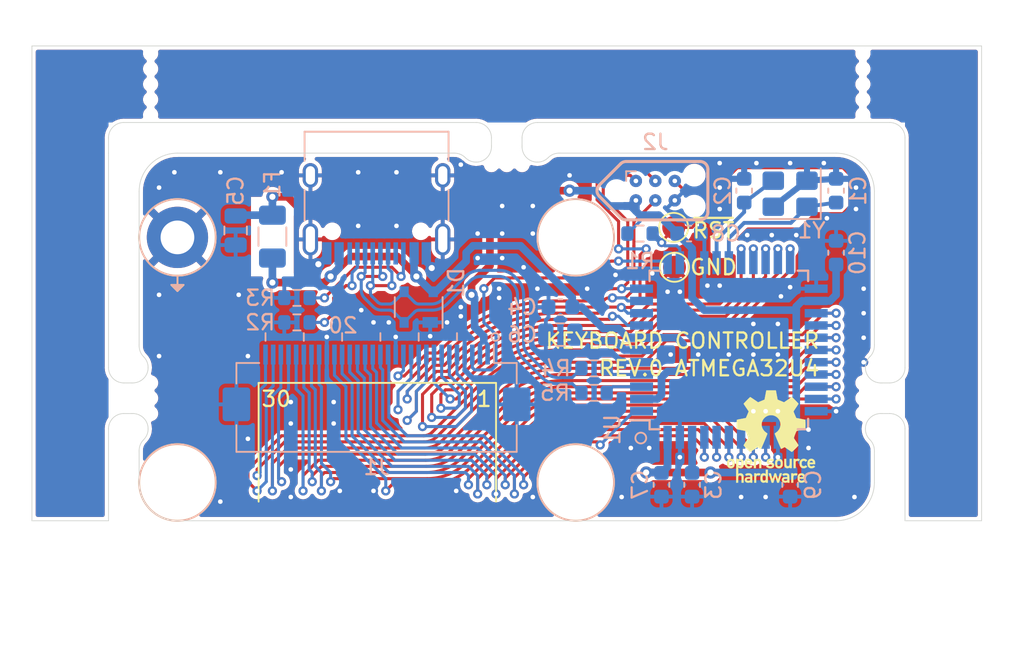
<source format=kicad_pcb>
(kicad_pcb (version 20211014) (generator pcbnew)
  (layers (0 "F.Cu" signal) (31 "B.Cu" signal) (34 "B.Paste" user) (35 "F.Paste" user) (36 "B.SilkS" user "B.Silkscreen") (37 "F.SilkS" user "F.Silkscreen") (38 "B.Mask" user) (39 "F.Mask" user) (44 "Edge.Cuts" user))
  (net 0 "")
  (net 1 "GND")
  (net 2 "/~{RESET}")
  (net 3 "/MOSI")
  (net 4 "/MISO")
  (net 5 "/D-")
  (net 6 "/D+")
  (net 7 "Net-(C6-Pad2)")
  (net 8 "VBUS")
  (net 9 "Net-(R5-Pad1)")
  (net 12 "/RGBLED")
  (net 13 "/PD1")
  (net 14 "VCC")
  (net 15 "Net-(C1-Pad1)")
  (net 16 "Net-(C2-Pad1)")
  (net 17 "Net-(C3-Pad2)")
  (net 18 "Net-(R3-Pad1)")
  (net 19 "/PF0")
  (net 20 "/PF1")
  (net 21 "/PF4")
  (net 22 "/PF5")
  (net 23 "/PF6")
  (net 24 "/PF7")
  (net 25 "/PC7")
  (net 26 "/PC6")
  (net 27 "/PB6")
  (net 28 "/PB5")
  (net 29 "/PB4")
  (net 30 "/PD7")
  (net 31 "/PD6")
  (net 32 "/PD4")
  (net 33 "/PD5")
  (net 34 "/PD3")
  (net 35 "/PD2")
  (net 36 "/PD0")
  (net 37 "/PB1")
  (net 38 "/PB0")
  (net 39 "/PE6")
  (net 40 "Net-(R2-Pad2)")
  (net 41 "Net-(R4-Pad1)")
  (footprint "MCUPCB_footprints:Breakaway_panel" (layer "F.Cu") (at 185.25 143.25 90)
    (fp_text reference "H9" hide)
    (fp_text value "MountingHole" hide)
  )
  (footprint "MCUPCB_footprints:Breakaway_small" (layer "F.Cu") (at 208.5 147.75)
    (fp_text reference "H7" hide)
    (fp_text value "MountingHole" hide)
    (fp_line (start 1 -0.5) (end 1 -0.414214) (layer "Edge.Cuts") (width 0.05))
    (fp_line (start -1 -0.5) (end -1 -0.414214) (layer "Edge.Cuts") (width 0.05))
    (fp_line (start 3.414214 0) (end 3.5 0) (layer "Edge.Cuts") (width 0.05))
    (fp_line (start -3.5 0) (end -3.414214 0) (layer "Edge.Cuts") (width 0.05))
    (fp_arc (start -3.414214 0) (mid -3.03153 0.07612) (end -2.707107 0.292893) (layer "Edge.Cuts") (width 0.05))
    (fp_arc (start 2 0.585786) (mid 1.292894 0.29289) (end 1 -0.414214) (layer "Edge.Cuts") (width 0.05))
    (fp_arc (start -2 0.585786) (mid -2.382684 0.509666) (end -2.707107 0.292893) (layer "Edge.Cuts") (width 0.05))
    (fp_arc (start 2.707107 0.292893) (mid 3.031532 0.076125) (end 3.414214 0) (layer "Edge.Cuts") (width 0.05))
    (fp_arc (start -1 -0.414214) (mid -1.292893 0.292893) (end -2 0.585786) (layer "Edge.Cuts") (width 0.05))
    (fp_arc (start 2.707107 0.292893) (mid 2.382685 0.509669) (end 2 0.585786) (layer "Edge.Cuts") (width 0.05))
  )
  (footprint "TestPoint:TestPoint_Pad_D1.5mm" (layer "F.Cu") (at 219.45 155.2)
    (fp_text reference "TP2" hide)
    (fp_text value "TestPoint")
  )
  (footprint "MCUPCB_footprints:Breakaway_panel" (layer "F.Cu") (at 231.75 143.25 90)
    (fp_text reference "H10" hide)
    (fp_text value "MountingHole" hide)
  )
  (footprint "MCUPCB_footprints:Breakaway_small" (layer "F.Cu") (at 232.5 163.75 -90)
    (fp_text reference "H6" hide)
    (fp_text value "MountingHole" hide)
    (fp_line (start 3.414214 0) (end 3.5 0) (layer "Edge.Cuts") (width 0.05))
    (fp_line (start -1 -0.5) (end -1 -0.414214) (layer "Edge.Cuts") (width 0.05))
    (fp_line (start 1 -0.5) (end 1 -0.414214) (layer "Edge.Cuts") (width 0.05))
    (fp_line (start -3.5 0) (end -3.414214 0) (layer "Edge.Cuts") (width 0.05))
    (fp_arc (start 2 0.585786) (mid 1.292894 0.29289) (end 1 -0.414214) (layer "Edge.Cuts") (width 0.05))
    (fp_arc (start -3.414214 0) (mid -3.03153 0.07612) (end -2.707107 0.292893) (layer "Edge.Cuts") (width 0.05))
    (fp_arc (start -1 -0.414214) (mid -1.292893 0.292893) (end -2 0.585786) (layer "Edge.Cuts") (width 0.05))
    (fp_arc (start 2.707107 0.292893) (mid 2.382685 0.509669) (end 2 0.585786) (layer "Edge.Cuts") (width 0.05))
    (fp_arc (start -2 0.585786) (mid -2.382684 0.509666) (end -2.707107 0.292893) (layer "Edge.Cuts") (width 0.05))
    (fp_arc (start 2.707107 0.292893) (mid 3.031532 0.076125) (end 3.414214 0) (layer "Edge.Cuts") (width 0.05))
  )
  (footprint "TestPoint:TestPoint_Pad_D1.5mm" (layer "F.Cu") (at 219.4 152.6)
    (fp_text reference "TP1" hide)
    (fp_text value "TestPoint")
  )
  (footprint "Symbol:OSHW-Logo_5.7x6mm_SilkScreen" (layer "F.Cu") (at 225.75 166.25)
    (fp_text reference "H8" hide)
    (fp_text value "MountingHole" hide)
  )
  (footprint "MCUPCB_footprints:Breakaway_small" (layer "F.Cu") (at 184.5 163.75 90)
    (fp_text reference "H5" hide)
    (fp_text value "MountingHole" hide)
    (fp_line (start -3.5 0) (end -3.414214 0) (layer "Edge.Cuts") (width 0.05))
    (fp_line (start 3.414214 0) (end 3.5 0) (layer "Edge.Cuts") (width 0.05))
    (fp_line (start 1 -0.5) (end 1 -0.414214) (layer "Edge.Cuts") (width 0.05))
    (fp_line (start -1 -0.5) (end -1 -0.414214) (layer "Edge.Cuts") (width 0.05))
    (fp_arc (start -1 -0.414214) (mid -1.292893 0.292893) (end -2 0.585786) (layer "Edge.Cuts") (width 0.05))
    (fp_arc (start 2.707107 0.292893) (mid 3.031532 0.076125) (end 3.414214 0) (layer "Edge.Cuts") (width 0.05))
    (fp_arc (start 2 0.585786) (mid 1.292894 0.29289) (end 1 -0.414214) (layer "Edge.Cuts") (width 0.05))
    (fp_arc (start -3.414214 0) (mid -3.03153 0.07612) (end -2.707107 0.292893) (layer "Edge.Cuts") (width 0.05))
    (fp_arc (start -2 0.585786) (mid -2.382684 0.509666) (end -2.707107 0.292893) (layer "Edge.Cuts") (width 0.05))
    (fp_arc (start 2.707107 0.292893) (mid 2.382685 0.509669) (end 2 0.585786) (layer "Edge.Cuts") (width 0.05))
  )
  (footprint "MCUPCB_footprints:MountingHole_M2_NoCu" (layer "B.Cu") (at 187 169.25 180)
    (fp_text reference "H3" hide)
    (fp_text value "MountingHole" hide)
  )
  (footprint "Connector_FFC-FPC:Hirose_FH12-30S-0.5SH_1x30-1MP_P0.50mm_Horizontal" (layer "B.Cu") (at 200 162.75 180)
    (fp_text reference "J1")
    (fp_text value "Conn_01x30_MountingPin")
  )
  (footprint "Package_QFP:TQFP-44_10x10mm_P0.8mm" (layer "B.Cu") (at 223 160.6)
    (fp_text reference "U1")
    (fp_text value "ATmega32U4-AU")
  )
  (footprint "Capacitor_SMD:C_0603_1608Metric" (layer "B.Cu") (at 220.4 153)
    (fp_text reference "C8")
    (fp_text value "0.1u")
  )
  (footprint "Resistor_SMD:R_0603_1608Metric" (layer "B.Cu") (at 214.2 161.8 180)
    (fp_text reference "R4")
    (fp_text value "22")
  )
  (footprint "Capacitor_SMD:C_0603_1608Metric" (layer "B.Cu") (at 220.6 169.4 90)
    (fp_text reference "C3")
    (fp_text value "0.1u")
  )
  (footprint "Resistor_SMD:R_0603_1608Metric" (layer "B.Cu") (at 217.2 153)
    (fp_text reference "R1")
    (fp_text value "10k")
  )
  (footprint "Capacitor_SMD:C_0603_1608Metric" (layer "B.Cu") (at 227 169.4 -90)
    (fp_text reference "C9")
    (fp_text value "0.1u")
  )
  (footprint "Capacitor_SMD:C_0603_1608Metric" (layer "B.Cu") (at 230 150.2 90)
    (fp_text reference "C1")
    (fp_text value "10p")
  )
  (footprint "Package_TO_SOT_SMD:SOT-143" (layer "B.Cu") (at 202.75 157.8 90)
    (fp_text reference "D1")
    (fp_text value "PRTR5V0U2X")
  )
  (footprint "Capacitor_SMD:C_0603_1608Metric" (layer "B.Cu") (at 218.6 169.4 -90)
    (fp_text reference "C7")
    (fp_text value "0.1u")
  )
  (footprint "Capacitor_SMD:C_0603_1608Metric" (layer "B.Cu") (at 224 150.2 90)
    (fp_text reference "C2")
    (fp_text value "10p")
  )
  (footprint "Resistor_SMD:R_0603_1608Metric" (layer "B.Cu") (at 194.8 158.8)
    (fp_text reference "R2")
    (fp_text value "5.1k")
  )
  (footprint "MCUPCB_footprints:MountingHole_M2_NoCu" (layer "B.Cu") (at 213 169.25 180)
    (fp_text reference "H2" hide)
    (fp_text value "MountingHole" hide)
  )
  (footprint "Capacitor_SMD:C_0805_2012Metric" (layer "B.Cu") (at 190.8 152.8 -90)
    (fp_text reference "C5")
    (fp_text value "1u")
  )
  (footprint "Capacitor_SMD:C_0603_1608Metric" (layer "B.Cu") (at 212 157.8 180)
    (fp_text reference "C4")
    (fp_text value "0.1u")
  )
  (footprint "Resistor_SMD:R_0603_1608Metric" (layer "B.Cu") (at 214.2 163.4 180)
    (fp_text reference "R5")
    (fp_text value "22")
  )
  (footprint "Crystal:Crystal_SMD_3225-4Pin_3.2x2.5mm" (layer "B.Cu") (at 227 150.4 180)
    (fp_text reference "Y1")
    (fp_text value "X322516MLB4SI")
  )
  (footprint "MCUPCB_footprints:MountingHole_M2_NoCu" (layer "B.Cu") (at 213 153.25 180)
    (fp_text reference "H1" hide)
    (fp_text value "MountingHole" hide)
  )
  (footprint "Fuse:Fuse_1206_3216Metric" (layer "B.Cu") (at 193.2 153.2 90)
    (fp_text reference "F1")
    (fp_text value "Polyfuse")
  )
  (footprint "Resistor_SMD:R_0603_1608Metric" (layer "B.Cu") (at 194.8 157.2 180)
    (fp_text reference "R3")
    (fp_text value "5.1k")
  )
  (footprint "Connector_USB:USB_C_Receptacle_HRO_TYPE-C-31-M-12" (layer "B.Cu") (at 200 150.249999)
    (fp_text reference "USB1" hide)
    (fp_text value "HRO-TYPE-C-31-M-12")
  )
  (footprint "MCUPCB_footprints:MountingHole_M2_PTH" (layer "B.Cu") (at 187 153.25 180)
    (fp_text reference "H4" hide)
    (fp_text value "MountingHole" hide)
  )
  (footprint "Capacitor_SMD:C_0805_2012Metric" (layer "B.Cu") (at 212 159.6)
    (fp_text reference "C6")
    (fp_text value "1u")
  )
  (footprint "Capacitor_SMD:C_0603_1608Metric" (layer "B.Cu") (at 230 154.25 90)
    (fp_text reference "C10")
    (fp_text value "0.1u")
  )
  (footprint "MCUPCB_footprints:Tag-Connect_TC2030-IDC-NL_2x03_P1.27mm_Vertical" (layer "B.Cu") (at 218.2 150.2)
    (fp_text reference "J2")
    (fp_text value "ICSP")
  )
  (gr_poly (pts (xy 187 156.75) (xy 187.4 156.35) (xy 186.6 156.35)) (layer "B.SilkS") (width 0.12) (fill solid))
  (gr_line (start 187 156.75) (end 187 155.75) (layer "B.SilkS") (width 0.12))
  (gr_poly (pts (xy 187 156.75) (xy 186.6 156.35) (xy 187.4 156.35)) (layer "F.SilkS") (width 0.12) (fill solid))
  (gr_line (start 192.3 170.5) (end 192.3 162.75) (layer "F.SilkS") (width 0.12))
  (gr_line (start 207.8 162.75) (end 192.3 162.75) (layer "F.SilkS") (width 0.12))
  (gr_line (start 207.8 170.5) (end 207.8 162.75) (layer "F.SilkS") (width 0.12))
  (gr_line (start 187 155.75) (end 187 156.75) (layer "F.SilkS") (width 0.12))
  (gr_line (start 183.5 145.75) (end 206.5 145.750001) (layer "Edge.Cuts") (width 0.05))
  (gr_line (start 205 147.75) (end 187 147.75) (layer "Edge.Cuts") (width 0.05))
  (gr_arc (start 183.5 162.75) (mid 182.792894 162.457107) (end 182.5 161.750001) (layer "Edge.Cuts") (width 0.05))
  (gr_line (start 177.5 171.75) (end 182.5 171.75) (layer "Edge.Cuts") (width 0.05))
  (gr_line (start 207.5 147.250001) (end 207.499999 146.750001) (layer "Edge.Cuts") (width 0.05))
  (gr_line (start 232.5 160.25) (end 232.5 150.25) (layer "Edge.Cuts") (width 0.05))
  (gr_arc (start 232.5 169.25) (mid 231.767767 171.017767) (end 230 171.75) (layer "Edge.Cuts") (width 0.05))
  (gr_line (start 184 164.75) (end 183.5 164.75) (layer "Edge.Cuts") (width 0.05))
  (gr_line (start 184 162.75) (end 183.5 162.75) (layer "Edge.Cuts") (width 0.05))
  (gr_line (start 232.5 169.25) (end 232.5 167.25) (layer "Edge.Cuts") (width 0.05))
  (gr_arc (start 187 171.75) (mid 185.232233 171.017767) (end 184.5 169.25) (layer "Edge.Cuts") (width 0.05))
  (gr_line (start 230 171.75) (end 187 171.75) (layer "Edge.Cuts") (width 0.05))
  (gr_line (start 239.5 140.75) (end 239.5 147.75) (layer "Edge.Cuts") (width 0.05))
  (gr_line (start 233 162.75) (end 233.5 162.75) (layer "Edge.Cuts") (width 0.05))
  (gr_arc (start 234.5 161.75) (mid 234.207107 162.457107) (end 233.5 162.75) (layer "Edge.Cuts") (width 0.05))
  (gr_line (start 234.5 165.75) (end 234.5 171.75) (layer "Edge.Cuts") (width 0.05))
  (gr_arc (start 209.5 146.750001) (mid 209.792893 146.042894) (end 210.5 145.750001) (layer "Edge.Cuts") (width 0.05))
  (gr_arc (start 233.5 145.75) (mid 234.207107 146.042893) (end 234.5 146.75) (layer "Edge.Cuts") (width 0.05))
  (gr_line (start 177.500001 147.75) (end 177.500001 140.75) (layer "Edge.Cuts") (width 0.05))
  (gr_line (start 182.5 161.750001) (end 182.5 147.750001) (layer "Edge.Cuts") (width 0.05))
  (gr_arc (start 182.5 146.75) (mid 182.792893 146.042893) (end 183.5 145.75) (layer "Edge.Cuts") (width 0.05))
  (gr_line (start 234.5 146.75) (end 234.5 161.75) (layer "Edge.Cuts") (width 0.05))
  (gr_line (start 210.5 145.750001) (end 233.5 145.75) (layer "Edge.Cuts") (width 0.05))
  (gr_line (start 239.5 171.75) (end 239.5 147.75) (layer "Edge.Cuts") (width 0.05))
  (gr_line (start 233 164.75) (end 233.5 164.75) (layer "Edge.Cuts") (width 0.05))
  (gr_arc (start 182.5 165.75) (mid 182.792893 165.042893) (end 183.5 164.75) (layer "Edge.Cuts") (width 0.05))
  (gr_arc (start 184.5 150.25) (mid 185.232233 148.482233) (end 187 147.75) (layer "Edge.Cuts") (width 0.05))
  (gr_arc (start 206.5 145.750001) (mid 207.207106 146.042894) (end 207.499999 146.750001) (layer "Edge.Cuts") (width 0.05))
  (gr_line (start 182.5 147.750001) (end 182.5 146.75) (layer "Edge.Cuts") (width 0.05))
  (gr_line (start 234.5 171.75) (end 239.5 171.75) (layer "Edge.Cuts") (width 0.05))
  (gr_line (start 212 147.75) (end 230 147.75) (layer "Edge.Cuts") (width 0.05))
  (gr_line (start 209.5 147.25) (end 209.5 146.750001) (layer "Edge.Cuts") (width 0.05))
  (gr_line (start 177.500001 140.75) (end 239.5 140.75) (layer "Edge.Cuts") (width 0.05))
  (gr_line (start 184.5 150.25) (end 184.5 160.25) (layer "Edge.Cuts") (width 0.05))
  (gr_arc (start 230 147.75) (mid 231.767767 148.482233) (end 232.5 150.25) (layer "Edge.Cuts") (width 0.05))
  (gr_line (start 177.500001 147.75) (end 177.5 171.75) (layer "Edge.Cuts") (width 0.05))
  (gr_line (start 184.5 167.25) (end 184.5 169.25) (layer "Edge.Cuts") (width 0.05))
  (gr_arc (start 233.5 164.75) (mid 234.207107 165.042893) (end 234.5 165.75) (layer "Edge.Cuts") (width 0.05))
  (gr_line (start 182.5 171.75) (end 182.5 165.75) (layer "Edge.Cuts") (width 0.05))
  (gr_text "20" (at 197.8 159) (layer "B.SilkS") (effects (font (size 1 1)) (justify mirror)))
  (gr_text "30" (at 192.4 163.8) (layer "F.SilkS") (effects (font (size 1 1)) (justify left)))
  (gr_text "KEYBOARD CONTROLLER" (at 229 160) (layer "F.SilkS") (effects (font (size 1 1)) (justify right)))
  (gr_text "1" (at 207.6 163.8) (layer "F.SilkS") (effects (font (size 1 1)) (justify right)))
  (gr_text "~{RST}" (at 222 152.8) (layer "F.SilkS") (effects (font (size 1 1))))
  (gr_text "GND" (at 222 155.2) (layer "F.SilkS") (effects (font (size 1 1))))
  (gr_text "REV.0 ATMEGA32U4" (at 229 161.8) (layer "F.SilkS") (effects (font (size 1 1)) (justify right)))
  (via (at 217.8 167) (size 0.6) (drill 0.3) (layers "F.Cu" "B.Cu") (net 1))
  (via (at 208.2 153) (size 0.6) (drill 0.3) (layers "F.Cu" "B.Cu") (net 1))
  (via (at 223.8 170.2) (size 0.6) (drill 0.3) (layers "F.Cu" "B.Cu") (net 1))
  (via (at 196.2 155) (size 0.8) (drill 0.4) (layers "F.Cu" "B.Cu") (net 1))
  (via (at 199.8 158.8) (size 0.6) (drill 0.3) (layers "F.Cu" "B.Cu") (net 1))
  (via (at 221.6 156.4) (size 0.6) (drill 0.3) (layers "F.Cu" "B.Cu") (net 1))
  (via (at 186.8 149) (size 0.6) (drill 0.3) (layers "F.Cu" "B.Cu") (net 1))
  (via (at 201.3 152.5) (size 0.6) (drill 0.3) (layers "F.Cu" "B.Cu") (net 1))
  (via (at 224.6 164.6) (size 0.6) (drill 0.3) (layers "F.Cu" "B.Cu") (net 1))
  (via (at 222.4 151.4) (size 0.6) (drill 0.3) (layers "F.Cu" "B.Cu") (net 1))
  (via (at 231.2 170.2) (size 0.6) (drill 0.3) (layers "F.Cu" "B.Cu") (net 1))
  (via (at 223 160.9) (size 0.6) (drill 0.3) (layers "F.Cu" "B.Cu") (net 1))
  (via (at 201.25 159.75) (size 0.6) (drill 0.3) (layers "F.Cu" "B.Cu") (net 1))
  (via (at 208.2 151.2) (size 0.6) (drill 0.3) (layers "F.Cu" "B.Cu") (net 1))
  (via (at 191.6 161) (size 0.6) (drill 0.3) (layers "F.Cu" "B.Cu") (net 1))
  (via (at 189.8 149) (size 0.6) (drill 0.3) (layers "F.Cu" "B.Cu") (net 1))
  (via (at 222.4 156.4) (size 0.6) (drill 0.3) (layers "F.Cu" "B.Cu") (net 1))
  (via (at 231.3 151.4) (size 0.6) (drill 0.3) (layers "F.Cu" "B.Cu") (net 1))
  (via (at 201.3 149) (size 0.6) (drill 0.3) (layers "F.Cu" "B.Cu") (net 1))
  (via (at 185.8 150) (size 0.6) (drill 0.3) (layers "F.Cu" "B.Cu") (net 1))
  (via (at 203.6 155.25) (size 0.8) (drill 0.4) (layers "F.Cu" "B.Cu") (net 1))
  (via (at 231.8 158.2) (size 0.6) (drill 0.3) (layers "F.Cu" "B.Cu") (net 1))
  (via (at 224.2 153.1) (size 0.6) (drill 0.3) (layers "F.Cu" "B.Cu") (net 1))
  (via (at 191 157) (size 0.6) (drill 0.3) (layers "F.Cu" "B.Cu") (net 1))
  (via (at 185.8 161) (size 0.6) (drill 0.3) (layers "F.Cu" "B.Cu") (net 1))
  (via (at 219.8 167.6) (size 0.6) (drill 0.3) (layers "F.Cu" "B.Cu") (net 1))
  (via (at 198.8 149) (size 0.6) (drill 0.3) (layers "F.Cu" "B.Cu") (net 1))
  (via (at 210.2 170.2) (size 0.6) (drill 0.3) (layers "F.Cu" "B.Cu") (net 1))
  (via (at 226.2 167.6) (size 0.6) (drill 0.3) (layers "F.Cu" "B.Cu") (net 1))
  (via (at 224.6 160.9) (size 0.6) (drill 0.3) (layers "F.Cu" "B.Cu") (net 1))
  (via (at 194.4 168.4) (size 0.6) (drill 0.3) (layers "F.Cu" "B.Cu") (net 1))
  (via (at 231.8 159.8) (size 0.6) (drill 0.3) (layers "F.Cu" "B.Cu") (net 1))
  (via (at 229.4 152) (size 0.6) (drill 0.3) (layers "F.Cu" "B.Cu") (net 1))
  (via (at 224.6 158.9) (size 0.6) (drill 0.3) (layers "F.Cu" "B.Cu") (net 1))
  (via (at 225.4 170.2) (size 0.6) (drill 0.3) (layers "F.Cu" "B.Cu") (net 1))
  (via (at 193.8 149) (size 0.6) (drill 0.3) (layers "F.Cu" "B.Cu") (net 1))
  (via (at 231.3 150) (size 0.6) (drill 0.3) (layers "F.Cu" "B.Cu") (net 1))
  (via (at 205.5 157.8) (size 0.6) (drill 0.3) (layers "F.Cu" "B.Cu") (net 1))
  (via (at 219 156.8) (size 0.6) (drill 0.3) (layers "F.Cu" "B.Cu") (net 1))
  (via (at 225.4 164.6) (size 0.6) (drill 0.3) (layers "F.Cu" "B.Cu") (net 1))
  (via (at 219.2 160.9) (size 0.6) (drill 0.3) (layers "F.Cu" "B.Cu") (net 1))
  (via (at 229.2 148.4) (size 0.6) (drill 0.3) (layers "F.Cu" "B.Cu") (net 1))
  (via (at 197.6 169.8) (size 0.6) (drill 0.3) (layers "F.Cu" "B.Cu") (net 1))
  (via (at 194.4 165.4) (size 0.6) (drill 0.3) (layers "F.Cu" "B.Cu") (net 1))
  (via (at 185.8 157) (size 0.6) (drill 0.3) (layers "F.Cu" "B.Cu") (net 1))
  (via (at 227.4 153.1) (size 0.6) (drill 0.3) (layers "F.Cu" "B.Cu") (net 1))
  (via (at 226.2 160.9) (size 0.6) (drill 0.3) (layers "F.Cu" "B.Cu") (net 1))
  (via (at 205.2 169.8) (size 0.6) (drill 0.3) (layers "F.Cu" "B.Cu") (net 1))
  (via (at 222.4 150) (size 0.6) (drill 0.3) (layers "F.Cu" "B.Cu") (net 1))
  (via (at 208.2 154.6) (size 0.6) (drill 0.3) (layers "F.Cu" "B.Cu") (net 1))
  (via (at 231.8 161.4) (size 0.6) (drill 0.3) (layers "F.Cu" "B.Cu") (net 1))
  (via (at 215.6 155.7) (size 0.6) (drill 0.3) (layers "F.Cu" "B.Cu") (net 1))
  (via (at 227 156.5) (size 0.6) (drill 0.3) (layers "F.Cu" "B.Cu") (net 1))
  (via (at 226.2 158.9) (size 0.6) (drill 0.3) (layers "F.Cu" "B.Cu") (net 1))
  (via (at 218 155.6) (size 0.6) (drill 0.3) (layers "F.Cu" "B.Cu") (net 1))
  (via (at 204.6 158.8) (size 0.6) (drill 0.3) (layers "F.Cu" "B.Cu") (net 1))
  (via (at 228.2 167) (size 0.6) (drill 0.3) (layers "F.Cu" "B.Cu") (net 1))
  (via (at 189.8 170.5) (size 0.6) (drill 0.3) (layers "F.Cu" "B.Cu") (net 1))
  (via (at 228.2 165.8) (size 0.6) (drill 0.3) (layers "F.Cu" "B.Cu") (net 1))
  (via (at 203.5 159.7) (size 0.6) (drill 0.3) (layers "F.Cu" "B.Cu") (net 1))
  (via (at 191.6 166.4) (size 0.6) (drill 0.3) (layers "F.Cu" "B.Cu") (net 1))
  (via (at 194.4 164) (size 0.6) (drill 0.3) (layers "F.Cu" "B.Cu") (net 1))
  (via (at 210.2 153) (size 0.6) (drill 0.3) (layers "F.Cu" "B.Cu") (net 1))
  (via (at 221 160.9) (size 0.6) (drill 0.3) (layers "F.Cu" "B.Cu") (net 1))
  (via (at 200.8 158.8) (size 0.6) (drill 0.3) (layers "F.Cu" "B.Cu") (net 1))
  (via (at 222.4 148.4) (size 0.6) (drill 0.3) (layers "F.Cu" "B.Cu") (net 1))
  (via (at 212.6 149.2) (size 0.6) (drill 0.3) (layers "F.Cu" "B.Cu") (net 1))
  (via (at 226.2 164.6) (size 0.6) (drill 0.3) (layers "F.Cu" "B.Cu") (net 1))
  (via (at 206.6 154.6) (size 0.6) (drill 0.3) (layers "F.Cu" "B.Cu") (net 1))
  (via (at 210.5 156.6) (size 0.6) (drill 0.3) (layers "F.Cu" "B.Cu") (net 1))
  (via (at 226.4 157.1) (size 0.6) (drill 0.3) (layers "F.Cu" "B.Cu") (net 1))
  (via (at 219.8 156.8) (size 0.6) (drill 0.3) (layers "F.Cu" "B.Cu") (net 1))
  (via (at 225.8 153.1) (size 0.6) (drill 0.3) (layers "F.Cu" "B.Cu") (net 1))
  (via (at 224.8 148.4) (size 0.6) (drill 0.3) (layers "F.Cu" "B.Cu") (net 1))
  (via (at 206.6 153) (size 0.6) (drill 0.3) (layers "F.Cu" "B.Cu") (net 1))
  (via (at 199 158) (size 0.6) (drill 0.3) (layers "F.Cu" "B.Cu") (net 1))
  (via (at 227 148.4) (size 0.6) (drill 0.3) (layers "F.Cu" "B.Cu") (net 1))
  (via (at 198.8 152.5) (size 0.6) (drill 0.3) (layers "F.Cu" "B.Cu") (net 1))
  (via (at 199.8 169.8) (size 0.6) (drill 0.3) (layers "F.Cu" "B.Cu") (net 1))
  (via (at 209.6 155.2) (size 0.6) (drill 0.3) (layers "F.Cu" "B.Cu") (net 1))
  (via (at 208 156.6) (size 0.6) (drill 0.3) (layers "F.Cu" "B.Cu") (net 1))
  (via (at 208 157.2) (size 0.6) (drill 0.3) (layers "F.Cu" "B.Cu") (net 1))
  (via (at 197.2 164) (size 0.6) (drill 0.3) (layers "F.Cu" "B.Cu") (net 1))
  (via (at 216 170.2) (size 0.6) (drill 0.3) (layers "F.Cu" "B.Cu") (net 1))
  (via (at 230 164.6) (size 0.6) (drill 0.3) (layers "F.Cu" "B.Cu") (net 1))
  (via (at 197.2 165.4) (size 0.6) (drill 0.3) (layers "F.Cu" "B.Cu") (net 1))
  (via (at 194.4 170.2) (size 0.6) (drill 0.3) (layers "F.Cu" "B.Cu") (net 1))
  (via (at 210.2 151.2) (size 0.6) (drill 0.3) (layers "F.Cu" "B.Cu") (net 1))
  (via (at 205.5 158.4) (size 0.6) (drill 0.3) (layers "F.Cu" "B.Cu") (net 1))
  (via (at 231.8 156.6) (size 0.6) (drill 0.3) (layers "F.Cu" "B.Cu") (net 1))
  (via (at 216.6 167) (size 0.6) (drill 0.3) (layers "F.Cu" "B.Cu") (net 1))
  (via (at 213.75 156.6) (size 0.6) (drill 0.3) (layers "F.Cu" "B.Cu") (net 1))
  (via (at 196.75 159.75) (size 0.6) (drill 0.3) (layers "F.Cu" "B.Cu") (net 1))
  (via (at 205.5 148.5) (size 0.6) (drill 0.3) (layers "F.Cu" "B.Cu") (net 1))
  (segment (start 230 149.425) (end 228.1 149.55) (width 0.4) (layer "B.Cu") (net 1))
  (segment (start 205.5 158.4) (end 205.75 158.65) (width 0.25) (layer "B.Cu") (net 1))
  (segment (start 209.15 162.55) (end 209.15 164.15) (width 0.25) (layer "B.Cu") (net 1))
  (segment (start 211.225 157.8) (end 211.225 158.475) (width 0.25) (layer "B.Cu") (net 1))
  (segment (start 196.75 160.9) (end 196.75 162.55) (width 0.25) (layer "B.Cu") (net 1))
  (segment (start 224 149.425) (end 224 148.4) (width 0.4) (layer "B.Cu") (net 1))
  (segment (start 221.4 153.225) (end 221.175 153) (width 0.25) (layer "B.Cu") (net 1))
  (segment (start 196.75 159.75) (end 201.25 159.75) (width 0.25) (layer "B.Cu") (net 1))
  (segment (start 206.300978 162.4) (end 209 162.4) (width 0.25) (layer "B.Cu") (net 1))
  (segment (start 209 162.4) (end 209.15 162.55) (width 0.25) (layer "B.Cu") (net 1))
  (segment (start 196.75 154.45) (end 196.75 154.294999) (width 0.4) (layer "B.Cu") (net 1))
  (segment (start 228.1 149.55) (end 227.7 149.55) (width 0.4) (layer "B.Cu") (net 1))
  (segment (start 205.75 160.9) (end 205.75 161.849022) (width 0.25) (layer "B.Cu") (net 1))
  (segment (start 219.8 167.6) (end 219.8 166.3) (width 0.25) (layer "B.Cu") (net 1))
  (segment (start 221.4 154.9) (end 221.4 153.225) (width 0.25) (layer "B.Cu") (net 1))
  (segment (start 196.2 155) (end 196.75 154.45) (width 0.4) (layer "B.Cu") (net 1))
  (segment (start 205.75 158.65) (end 205.75 160.9) (width 0.25) (layer "B.Cu") (net 1))
  (segment (start 222.975 149.425) (end 222.4 150) (width 0.4) (layer "B.Cu") (net 1))
  (segment (start 225.9 151.25) (end 228.1 149.55) (width 0.4) (layer "B.Cu") (net 1))
  (segment (start 211.05 158.65) (end 211.225 158.475) (width 0.25) (layer "B.Cu") (net 1))
  (segment (start 227.7 149.55) (end 227.6 149.45) (width 0.4) (layer "B.Cu") (net 1))
  (segment (start 197.2 163) (end 197.2 164) (width 0.25) (layer "B.Cu") (net 1))
  (segment (start 196.75 162.55) (end 197.2 163) (width 0.25) (layer "B.Cu") (net 1))
  (segment (start 228.1 149.55) (end 228.1 148.5) (width 0.4) (layer "B.Cu") (net 1))
  (segment (start 231.225 149.425) (end 231.3 149.5) (width 0.4) (layer "B.Cu") (net 1))
  (segment (start 203.25 154.9) (end 203.25 154.294999) (width 0.4) (layer "B.Cu") (net 1))
  (segment (start 196.75 160.9) (end 196.75 159.75) (width 0.25) (layer "B.Cu") (net 1))
  (segment (start 230 149.425) (end 230 148.4) (width 0.4) (layer "B.Cu") (net 1))
  (segment (start 231.3 149.5) (end 231.3 150) (width 0.4) (layer "B.Cu") (net 1))
  (segment (start 228.1 148.5) (end 228 148.4) (width 0.4) (layer "B.Cu") (net 1))
  (segment (start 205.75 161.849022) (end 206.300978 162.4) (width 0.25) (layer "B.Cu") (net 1))
  (segment (start 230 149.425) (end 231.225 149.425) (width 0.4) (layer "B.Cu") (net 1))
  (segment (start 203.6 155.25) (end 203.25 154.9) (width 0.4) (layer "B.Cu") (net 1))
  (segment (start 201.25 160.9) (end 201.25 159.75) (width 0.25) (layer "B.Cu") (net 1))
  (segment (start 224 149.425) (end 222.975 149.425) (width 0.4) (layer "B.Cu") (net 1))
  (segment (start 230 164.6) (end 228.7 164.6) (width 0.25) (layer "B.Cu") (net 1))
  (segment (start 211.05 159.6) (end 211.05 158.65) (width 0.25) (layer "B.Cu") (net 1))
  (segment (start 221.059379 150.3) (end 220.205 150.3) (width 0.2) (layer "F.Cu") (net 2))
  (segment (start 220.6 152.6) (end 221.6 151.6) (width 0.2) (layer "F.Cu") (net 2))
  (segment (start 220.205 150.3) (end 219.47 149.565) (width 0.2) (layer "F.Cu") (net 2))
  (segment (start 219.4 152.6) (end 218.6125 153.5875) (width 0.2) (layer "F.Cu") (net 2))
  (segment (start 221.6 150.840621) (end 221.059379 150.3) (width 0.2) (layer "F.Cu") (net 2))
  (segment (start 219.4 152.6) (end 220.6 152.6) (width 0.2) (layer "F.Cu") (net 2))
  (segment (start 221.6 151.6) (end 221.6 150.840621) (width 0.2) (layer "F.Cu") (net 2))
  (via (at 218.6125 153.5875) (size 0.6) (drill 0.3) (layers "F.Cu" "B.Cu") (net 2))
  (segment (start 218.825 153.8) (end 218.6125 153.5875) (width 0.2) (layer "B.Cu") (net 2))
  (segment (start 218.6125 153.5875) (end 218.025 153) (width 0.4) (layer "B.Cu") (net 2))
  (segment (start 219.6 153.8) (end 218.825 153.8) (width 0.2) (layer "B.Cu") (net 2))
  (segment (start 219.8 154.9) (end 219.8 154) (width 0.2) (layer "B.Cu") (net 2))
  (segment (start 219.8 154) (end 219.6 153.8) (width 0.2) (layer "B.Cu") (net 2))
  (segment (start 216.8 153.8) (end 216.800489 153.799511) (width 0.2) (layer "F.Cu") (net 3))
  (segment (start 214.517158 157.682842) (end 214.882843 157.317157) (width 0.2) (layer "F.Cu") (net 3))
  (segment (start 203.5 161.2) (end 204.2 161.2) (width 0.2) (layer "F.Cu") (net 3))
  (segment (start 216.8 154) (end 216.8 153.8) (width 0.2) (layer "F.Cu") (net 3))
  (segment (start 201.4 163.3) (end 203.5 161.2) (width 0.2) (layer "F.Cu") (net 3))
  (segment (start 216.8 154) (end 216.8 152.235) (width 0.2) (layer "F.Cu") (net 3))
  (segment (start 201.4 164.5) (end 201.4 163.3) (width 0.2) (layer "F.Cu") (net 3))
  (segment (start 216.247838 157.2) (end 216.8 156.647838) (width 0.2) (layer "F.Cu") (net 3))
  (segment (start 204.2 161.2) (end 204.671068 160.728932) (width 0.2) (layer "F.Cu") (net 3))
  (segment (start 216.8 156.647838) (end 216.8 154) (width 0.2) (layer "F.Cu") (net 3))
  (segment (start 216.8 152.235) (end 218.2 150.835) (width 0.2) (layer "F.Cu") (net 3))
  (segment (start 215.4 157.2) (end 216.247838 157.2) (width 0.2) (layer "F.Cu") (net 3))
  (segment (start 215.165685 157.2) (end 215.4 157.2) (width 0.2) (layer "F.Cu") (net 3))
  (segment (start 211.742136 157.8) (end 214.234315 157.8) (width 0.2) (layer "F.Cu") (net 3))
  (via (at 215.4 157.2) (size 0.6) (drill 0.3) (layers "F.Cu" "B.Cu") (net 3))
  (via (at 201.4 164.5) (size 0.6) (drill 0.3) (layers "F.Cu" "B.Cu") (net 3))
  (arc (start 214.517158 157.682842) (mid 214.387389 157.769551) (end 214.234315 157.8) (width 0.2) (layer "F.Cu") (net 3))
  (arc (start 204.671068 160.728932) (mid 207.915302 158.561204) (end 211.742136 157.8) (width 0.2) (layer "F.Cu") (net 3))
  (arc (start 215.165685 157.2) (mid 215.012612 157.230448) (end 214.882843 157.317157) (width 0.2) (layer "F.Cu") (net 3))
  (segment (start 216.4 157.4) (end 217.3 157.4) (width 0.2) (layer "B.Cu") (net 3))
  (segment (start 215.4 157.2) (end 216.2 157.2) (width 0.2) (layer "B.Cu") (net 3))
  (segment (start 201.4 163.3) (end 202.25 162.45) (width 0.2) (layer "B.Cu") (net 3))
  (segment (start 216.2 157.2) (end 216.4 157.4) (width 0.2) (layer "B.Cu") (net 3))
  (segment (start 202.25 162.45) (end 202.25 160.9) (width 0.2) (layer "B.Cu") (net 3))
  (segment (start 201.4 164.5) (end 201.4 163.3) (width 0.2) (layer "B.Cu") (net 3))
  (segment (start 204 160.8) (end 204.353911 160.446089) (width 0.2) (layer "F.Cu") (net 4))
  (segment (start 214.8 149.8) (end 215.4 149.2) (width 0.2) (layer "F.Cu") (net 4))
  (segment (start 215.414214 156.6) (end 216 156.6) (width 0.2) (layer "F.Cu") (net 4))
  (segment (start 201.8 162.3) (end 203.3 160.8) (width 0.2) (layer "F.Cu") (net 4))
  (segment (start 215.4 149.2) (end 216.565 149.2) (width 0.2) (layer "F.Cu") (net 4))
  (segment (start 216.4 156.2) (end 216.4 152.2) (width 0.2) (layer "F.Cu") (net 4))
  (segment (start 201.4 162.3) (end 201.8 162.3) (width 0.2) (layer "F.Cu") (net 4))
  (segment (start 214.317158 157.282842) (end 214.707107 156.892893) (width 0.2) (layer "F.Cu") (net 4))
  (segment (start 216.565 149.2) (end 216.93 149.565) (width 0.2) (layer "F.Cu") (net 4))
  (segment (start 203.3 160.8) (end 204 160.8) (width 0.2) (layer "F.Cu") (net 4))
  (segment (start 214.8 150.6) (end 214.8 149.8) (width 0.2) (layer "F.Cu") (net 4))
  (segment (start 211.707821 157.4) (end 214.034315 157.4) (width 0.2) (layer "F.Cu") (net 4))
  (segment (start 216.4 152.2) (end 214.8 150.6) (width 0.2) (layer "F.Cu") (net 4))
  (segment (start 216 156.6) (end 216.4 156.2) (width 0.2) (layer "F.Cu") (net 4))
  (via (at 201.4 162.3) (size 0.6) (drill 0.3) (layers "F.Cu" "B.Cu") (net 4))
  (via (at 216 156.6) (size 0.6) (drill 0.3) (layers "F.Cu" "B.Cu") (net 4))
  (arc (start 214.034315 157.4) (mid 214.187389 157.369552) (end 214.317158 157.282842) (width 0.2) (layer "F.Cu") (net 4))
  (arc (start 215.414214 156.6) (mid 215.031531 156.67612) (end 214.707107 156.892893) (width 0.2) (layer "F.Cu") (net 4))
  (arc (start 211.707821 157.4) (mid 207.727914 158.191653) (end 204.353911 160.446089) (width 0.2) (layer "F.Cu") (net 4))
  (segment (start 201.4 162.3) (end 201.75 161.95) (width 0.2) (layer "B.Cu") (net 4))
  (segment (start 216 156.6) (end 217.3 156.6) (width 0.2) (layer "B.Cu") (net 4))
  (segment (start 201.75 161.95) (end 201.75 160.9) (width 0.2) (layer "B.Cu") (net 4))
  (segment (start 200.4 155.8) (end 199 155.8) (width 0.2) (layer "F.Cu") (net 5))
  (via (at 199 155.8) (size 0.6) (drill 0.3) (layers "F.Cu" "B.Cu") (net 5))
  (via (at 200.4 155.8) (size 0.6) (drill 0.3) (layers "F.Cu" "B.Cu") (net 5))
  (segment (start 200.4 155.8) (end 200.25 155.65) (width 0.2) (layer "B.Cu") (net 5))
  (segment (start 202.765685 158) (end 203.620101 158) (width 0.2) (layer "B.Cu") (net 5))
  (segment (start 201.117158 158.117158) (end 201.8 158.8) (width 0.2) (layer "B.Cu") (net 5))
  (segment (start 208.692893 156.092893) (end 208.907107 156.307107) (width 0.2) (layer "B.Cu") (net 5))
  (segment (start 199.234315 157.234315) (end 199.765686 157.765686) (width 0.2) (layer "B.Cu") (net 5))
  (segment (start 212.775 162.8) (end 213.375 163.4) (width 0.2) (layer "B.Cu") (net 5))
  (segment (start 200.331371 158) (end 200.834315 158) (width 0.2) (layer "B.Cu") (net 5))
  (segment (start 199.25 155.55) (end 199.25 154.294999) (width 0.2) (layer "B.Cu") (net 5))
  (segment (start 201.8 158.8) (end 202.482843 158.117157) (width 0.2) (layer "B.Cu") (net 5))
  (segment (start 204.610051 157.589949) (end 206.107107 156.092893) (width 0.2) (layer "B.Cu") (net 5))
  (segment (start 209.2 157.014214) (end 209.2 160.220101) (width 0.2) (layer "B.Cu") (net 5))
  (segment (start 211.779899 162.8) (end 212.775 162.8) (width 0.2) (layer "B.Cu") (net 5))
  (segment (start 199 155.8) (end 199.25 155.55) (width 0.2) (layer "B.Cu") (net 5))
  (segment (start 209.610051 161.210051) (end 210.78995 162.38995) (width 0.2) (layer "B.Cu") (net 5))
  (segment (start 206.814214 155.8) (end 207.985786 155.8) (width 0.2) (layer "B.Cu") (net 5))
  (segment (start 199 155.8) (end 199 156.668629) (width 0.2) (layer "B.Cu") (net 5))
  (segment (start 200.25 155.65) (end 200.25 154.294999) (width 0.2) (layer "B.Cu") (net 5))
  (arc (start 210.78995 162.38995) (mid 211.244143 162.693431) (end 211.779899 162.8) (width 0.2) (layer "B.Cu") (net 5))
  (arc (start 208.907107 156.307107) (mid 209.12388 156.63153) (end 209.2 157.014214) (width 0.2) (layer "B.Cu") (net 5))
  (arc (start 202.765685 158) (mid 202.612612 158.030448) (end 202.482843 158.117157) (width 0.2) (layer "B.Cu") (net 5))
  (arc (start 203.620101 158) (mid 204.155858 157.893431) (end 204.610051 157.589949) (width 0.2) (layer "B.Cu") (net 5))
  (arc (start 206.107107 156.092893) (mid 206.431531 155.87612) (end 206.814214 155.8) (width 0.2) (layer "B.Cu") (net 5))
  (arc (start 201.117158 158.117158) (mid 200.987389 158.030449) (end 200.834315 158) (width 0.2) (layer "B.Cu") (net 5))
  (arc (start 209.2 160.220101) (mid 209.306569 160.755858) (end 209.610051 161.210051) (width 0.2) (layer "B.Cu") (net 5))
  (arc (start 207.985786 155.8) (mid 208.36847 155.87612) (end 208.692893 156.092893) (width 0.2) (layer "B.Cu") (net 5))
  (arc (start 199.765686 157.765686) (mid 200.025225 157.939104) (end 200.331371 158) (width 0.2) (layer "B.Cu") (net 5))
  (arc (start 199 156.668629) (mid 199.060897 156.974776) (end 199.234315 157.234315) (width 0.2) (layer "B.Cu") (net 5))
  (segment (start 201 156.4) (end 199.6 156.4) (width 0.2) (layer "F.Cu") (net 6))
  (via (at 201 156.4) (size 0.6) (drill 0.3) (layers "F.Cu" "B.Cu") (net 6))
  (via (at 199.6 156.4) (size 0.6) (drill 0.3) (layers "F.Cu" "B.Cu") (net 6))
  (segment (start 201.117158 157.482842) (end 201.8 156.8) (width 0.2) (layer "B.Cu") (net 6))
  (segment (start 213.375 161.8) (end 212.775 162.4) (width 0.2) (layer "B.Cu") (net 6))
  (segment (start 212.775 162.4) (end 211.814214 162.4) (width 0.2) (layer "B.Cu") (net 6))
  (segment (start 205.789949 155.810051) (end 204.292893 157.307107) (width 0.2) (layer "B.Cu") (net 6))
  (segment (start 199.717158 157.117158) (end 200.082843 157.482843) (width 0.2) (layer "B.Cu") (net 6))
  (segment (start 202.482842 157.482842) (end 201.8 156.8) (width 0.2) (layer "B.Cu") (net 6))
  (segment (start 200.75 155.269021) (end 200.75 154.294999) (width 0.2) (layer "B.Cu") (net 6))
  (segment (start 199.6 156.4) (end 199.75 156.25) (width 0.2) (layer "B.Cu") (net 6))
  (segment (start 201 155.519021) (end 200.75 155.269021) (width 0.2) (layer "B.Cu") (net 6))
  (segment (start 200.365685 157.6) (end 200.834315 157.6) (width 0.2) (layer "B.Cu") (net 6))
  (segment (start 209.6 160.185786) (end 209.6 156.979899) (width 0.2) (layer "B.Cu") (net 6))
  (segment (start 211.107107 162.107107) (end 209.892893 160.892893) (width 0.2) (layer "B.Cu") (net 6))
  (segment (start 203.585786 157.6) (end 202.765685 157.6) (width 0.2) (layer "B.Cu") (net 6))
  (segment (start 199.75 156.25) (end 199.75 154.294999) (width 0.2) (layer "B.Cu") (net 6))
  (segment (start 209.189949 155.989949) (end 209.01005 155.81005) (width 0.2) (layer "B.Cu") (net 6))
  (segment (start 199.6 156.4) (end 199.6 156.834315) (width 0.2) (layer "B.Cu") (net 6))
  (segment (start 201 156.4) (end 201 155.519021) (width 0.2) (layer "B.Cu") (net 6))
  (segment (start 208.020101 155.4) (end 206.779899 155.4) (width 0.2) (layer "B.Cu") (net 6))
  (arc (start 209.6 156.979899) (mid 209.493431 156.444142) (end 209.189949 155.989949) (width 0.2) (layer "B.Cu") (net 6))
  (arc (start 211.814214 162.4) (mid 211.43153 162.32388) (end 211.107107 162.107107) (width 0.2) (layer "B.Cu") (net 6))
  (arc (start 200.082843 157.482843) (mid 200.212612 157.569552) (end 200.365685 157.6) (width 0.2) (layer "B.Cu") (net 6))
  (arc (start 201.117158 157.482842) (mid 200.987389 157.569551) (end 200.834315 157.6) (width 0.2) (layer "B.Cu") (net 6))
  (arc (start 199.717158 157.117158) (mid 199.630449 156.987389) (end 199.6 156.834315) (width 0.2) (layer "B.Cu") (net 6))
  (arc (start 204.292893 157.307107) (mid 203.96847 157.52388) (end 203.585786 157.6) (width 0.2) (layer "B.Cu") (net 6))
  (arc (start 202.482842 157.482842) (mid 202.612611 157.569551) (end 202.765685 157.6) (width 0.2) (layer "B.Cu") (net 6))
  (arc (start 209.01005 155.81005) (mid 208.555857 155.506569) (end 208.020101 155.4) (width 0.2) (layer "B.Cu") (net 6))
  (arc (start 206.779899 155.4) (mid 206.244142 155.506569) (end 205.789949 155.810051) (width 0.2) (layer "B.Cu") (net 6))
  (arc (start 209.892893 160.892893) (mid 209.67612 160.56847) (end 209.6 160.185786) (width 0.2) (layer "B.Cu") (net 6))
  (segment (start 217.3 160.6) (end 216.17634 160.6) (width 0.5) (layer "B.Cu") (net 7))
  (segment (start 216.17634 160.6) (end 215.57634 160) (width 0.5) (layer "B.Cu") (net 7))
  (segment (start 214.4 160) (end 214 159.6) (width 0.5) (layer "B.Cu") (net 7))
  (segment (start 215.57634 160) (end 214.4 160) (width 0.5) (layer "B.Cu") (net 7))
  (segment (start 214 159.6) (end 212.95 159.6) (width 0.5) (layer "B.Cu") (net 7))
  (segment (start 193.2 156.2) (end 193.200489 156.199511) (width 0.5) (layer "F.Cu") (net 8))
  (segment (start 202.6 155.8) (end 202.6 155.74003) (width 0.5) (layer "F.Cu") (net 8))
  (segment (start 198.3 154.5) (end 197 155.8) (width 0.5) (layer "F.Cu") (net 8))
  (segment (start 201.35997 154.5) (end 198.3 154.5) (width 0.5) (layer "F.Cu") (net 8))
  (segment (start 193.200489 156.199511) (end 196.600489 156.199511) (width 0.5) (layer "F.Cu") (net 8))
  (segment (start 196.600489 156.199511) (end 197 155.8) (width 0.5) (layer "F.Cu") (net 8))
  (segment (start 202.6 155.74003) (end 201.35997 154.5) (width 0.5) (layer "F.Cu") (net 8))
  (via (at 197 155.8) (size 0.8) (drill 0.4) (layers "F.Cu" "B.Cu") (net 8))
  (via (at 193.2 156.2) (size 0.8) (drill 0.4) (layers "F.Cu" "B.Cu") (net 8))
  (via (at 202.6 155.8) (size 0.8) (drill 0.4) (layers "F.Cu" "B.Cu") (net 8))
  (segment (start 212.775 157.8) (end 212.775 157.175) (width 0.5) (layer "B.Cu") (net 8))
  (segment (start 205.850489 154.799511) (end 203.85 156.8) (width 0.5) (layer "B.Cu") (net 8))
  (segment (start 218.999022 162) (end 219.6 162) (width 0.5) (layer "B.Cu") (net 8))
  (segment (start 197.55 155.25) (end 197 155.8) (width 0.5) (layer "B.Cu") (net 8))
  (segment (start 205.850489 154.249511) (end 205.850489 154.799511) (width 0.5) (layer "B.Cu") (net 8))
  (segment (start 215.8 159.2) (end 214.8 159.2) (width 0.5) (layer "B.Cu") (net 8))
  (segment (start 203.6 156.8) (end 203.7 156.8) (width 0.5) (layer "B.Cu") (net 8))
  (segment (start 218.324022 163.8) (end 218.6 163.524022) (width 0.5) (layer "B.Cu") (net 8))
  (segment (start 216.4 159.8) (end 215.8 159.2) (width 0.5) (layer "B.Cu") (net 8))
  (segment (start 202.45 155.65) (end 202.45 154.294999) (width 0.5) (layer "B.Cu") (net 8))
  (segment (start 197.55 154.294999) (end 197.55 155.25) (width 0.5) (layer "B.Cu") (net 8))
  (segment (start 214.8 159.2) (end 213.4 157.8) (width 0.5) (layer "B.Cu") (net 8))
  (segment (start 193.2 156.2) (end 193.2 154.6) (width 0.5) (layer "B.Cu") (net 8))
  (segment (start 217.3 159.8) (end 216.4 159.8) (width 0.5) (layer "B.Cu") (net 8))
  (segment (start 219.6 162) (end 220 161.6) (width 0.5) (layer "B.Cu") (net 8))
  (segment (start 209.4 153.8) (end 206.3 153.8) (width 0.5) (layer "B.Cu") (net 8))
  (segment (start 212.775 157.175) (end 209.4 153.8) (width 0.5) (layer "B.Cu") (net 8))
  (segment (start 217.3 163.8) (end 218.324022 163.8) (width 0.5) (layer "B.Cu") (net 8))
  (segment (start 218.6 163.524022) (end 218.6 162.399022) (width 0.5) (layer "B.Cu") (net 8))
  (segment (start 220 160.2) (end 219.6 159.8) (width 0.5) (layer "B.Cu") (net 8))
  (segment (start 206.3 153.8) (end 205.850489 154.249511) (width 0.5) (layer "B.Cu") (net 8))
  (segment (start 213.4 157.8) (end 212.775 157.8) (width 0.5) (layer "B.Cu") (net 8))
  (segment (start 220 161.6) (end 220 160.2) (width 0.5) (layer "B.Cu") (net 8))
  (segment (start 202.6 155.8) (end 203.6 156.8) (width 0.5) (layer "B.Cu") (net 8))
  (segment (start 203.85 156.8) (end 203.7 156.8) (width 0.5) (layer "B.Cu") (net 8))
  (segment (start 202.6 155.8) (end 202.45 155.65) (width 0.5) (layer "B.Cu") (net 8))
  (segment (start 218.6 162.399022) (end 218.999022 162) (width 0.5) (layer "B.Cu") (net 8))
  (segment (start 219.6 159.8) (end 217.3 159.8) (width 0.5) (layer "B.Cu") (net 8))
  (segment (start 215.425 163) (end 215.025 163.4) (width 0.2) (layer "B.Cu") (net 9))
  (segment (start 217.3 163) (end 215.425 163) (width 0.2) (layer "B.Cu") (net 9))
  (segment (start 214.876461 155.121205) (end 215.080508 154.917158) (width 0.2) (layer "F.Cu") (net 12))
  (segment (start 215.363351 154.8) (end 215.8 154.8) (width 0.2) (layer "F.Cu") (net 12))
  (segment (start 207.004539 156.59773) (end 207.704897 155.897372) (width 0.2) (layer "F.Cu") (net 12))
  (segment (start 207.704897 155.897372) (end 213.002628 155.897372) (width 0.2) (layer "F.Cu") (net 12))
  (via (at 207.004539 156.59773) (size 0.6) (drill 0.3) (layers "F.Cu" "B.Cu") (net 12))
  (via (at 215.8 154.8) (size 0.6) (drill 0.3) (layers "F.Cu" "B.Cu") (net 12))
  (arc (start 213.002628 155.897372) (mid 214.016739 155.695653) (end 214.876461 155.121205) (width 0.2) (layer "F.Cu") (net 12))
  (arc (start 215.080508 154.917158) (mid 215.210277 154.830448) (end 215.363351 154.8) (width 0.2) (layer "F.Cu") (net 12))
  (segment (start 207.8 161.6) (end 207.8 159.6) (width 0.2) (layer "B.Cu") (net 12))
  (segment (start 207.004539 158.804539) (end 207.004539 156.59773) (width 0.2) (layer "B.Cu") (net 12))
  (segment (start 206.25 160.9) (end 206.25 161.74866) (width 0.2) (layer "B.Cu") (net 12))
  (segment (start 206.40134 161.9) (end 207.5 161.9) (width 0.2) (layer "B.Cu") (net 12))
  (segment (start 207.5 161.9) (end 207.8 161.6) (width 0.2) (layer "B.Cu") (net 12))
  (segment (start 218.9 154.8) (end 219 154.9) (width 0.2) (layer "B.Cu") (net 12))
  (segment (start 215.8 154.8) (end 218.9 154.8) (width 0.2) (layer "B.Cu") (net 12))
  (segment (start 206.25 161.74866) (end 206.40134 161.9) (width 0.2) (layer "B.Cu") (net 12))
  (segment (start 207.8 159.6) (end 207.004539 158.804539) (width 0.2) (layer "B.Cu") (net 12))
  (segment (start 224.6 155.965006) (end 224.6 154) (width 0.2) (layer "F.Cu") (net 13))
  (segment (start 204.3 162.8) (end 205 162.8) (width 0.2) (layer "F.Cu") (net 13))
  (segment (start 222.565006 158) (end 224.6 155.965006) (width 0.2) (layer "F.Cu") (net 13))
  (segment (start 203.6 165) (end 203.6 163.5) (width 0.2) (layer "F.Cu") (net 13))
  (segment (start 203.6 163.5) (end 204.3 162.8) (width 0.2) (layer "F.Cu") (net 13))
  (segment (start 216.6 159.4) (end 218 158) (width 0.2) (layer "F.Cu") (net 13))
  (segment (start 205 162.8) (end 205.939697 161.860303) (width 0.2) (layer "F.Cu") (net 13))
  (segment (start 211.879394 159.4) (end 216.6 159.4) (width 0.2) (layer "F.Cu") (net 13))
  (segment (start 218 158) (end 222.565006 158) (width 0.2) (layer "F.Cu") (net 13))
  (via (at 203.6 165) (size 0.6) (drill 0.3) (layers "F.Cu" "B.Cu") (net 13))
  (via (at 224.6 154) (size 0.6) (drill 0.3) (layers "F.Cu" "B.Cu") (net 13))
  (arc (start 205.939697 161.860303) (mid 208.664853 160.039412) (end 211.879394 159.4) (width 0.2) (layer "F.Cu") (net 13))
  (segment (start 203.6 165) (end 205.2 165) (width 0.2) (layer "B.Cu") (net 13))
  (segment (start 204.75 162.25) (end 204.75 160.9) (width 0.2) (layer "B.Cu") (net 13))
  (segment (start 205.8 163.3) (end 204.75 162.25) (width 0.2) (layer "B.Cu") (net 13))
  (segment (start 205.8 164.4) (end 205.8 163.3) (width 0.2) (layer "B.Cu") (net 13))
  (segment (start 224.6 154.9) (end 224.6 154) (width 0.2) (layer "B.Cu") (net 13))
  (segment (start 205.2 165) (end 205.8 164.4) (width 0.2) (layer "B.Cu") (net 13))
  (segment (start 194.835 151.235) (end 207.365 151.235) (width 0.5) (layer "F.Cu") (net 14))
  (segment (start 207.4 150.8) (end 208 150.2) (width 0.5) (layer "F.Cu") (net 14))
  (segment (start 194.2 150.6) (end 194.835 151.235) (width 0.5) (layer "F.Cu") (net 14))
  (segment (start 207.365 151.235) (end 207.4 151.2) (width 0.5) (layer "F.Cu") (net 14))
  (segment (start 206.2 156.3) (end 207.4 155.1) (width 0.5) (layer "F.Cu") (net 14))
  (segment (start 221.8 168.6) (end 217.6 168.6) (width 0.5) (layer "F.Cu") (net 14))
  (segment (start 207.4 151.2) (end 207.4 150.8) (width 0.5) (layer "F.Cu") (net 14))
  (segment (start 206.2 157) (end 206.2 156.3) (width 0.5) (layer "F.Cu") (net 14))
  (segment (start 208 150.2) (end 212.6 150.2) (width 0.5) (layer "F.Cu") (net 14))
  (segment (start 193.2 150.6) (end 194.2 150.6) (width 0.5) (layer "F.Cu") (net 14))
  (segment (start 207.4 155.1) (end 207.4 151.2) (width 0.5) (layer "F.Cu") (net 14))
  (via (at 193.2 150.6) (size 0.8) (drill 0.4) (layers "F.Cu" "B.Cu") (net 14))
  (via (at 217.6 168.6) (size 0.8) (drill 0.4) (layers "F.Cu" "B.Cu") (net 14))
  (via (at 221.8 168.6) (size 0.8) (drill 0.4) (layers "F.Cu" "B.Cu") (net 14))
  (via (at 206.2 157) (size 0.8) (drill 0.4) (layers "F.Cu" "B.Cu") (net 14))
  (via (at 212.6 150.2) (size 0.8) (drill 0.4) (layers "F.Cu" "B.Cu") (net 14))
  (segment (start 207 159.7) (end 207 160) (width 0.5) (layer "B.Cu") (net 14))
  (segment (start 207.25 160.9) (end 207.25 160.25) (width 0.25) (layer "B.Cu") (net 14))
  (segment (start 216.2 151.2) (end 216.6 151.2) (width 0.5) (layer "B.Cu") (net 14))
  (segment (start 216.2 151.2) (end 216.565 151.2) (width 0.5) (layer "B.Cu") (net 14))
  (segment (start 206.2 157) (end 206.4 157.2) (width 0.5) (layer "B.Cu") (net 14))
  (segment (start 193.2 150.6) (end 193.2 151.8) (width 0.5) (layer "B.Cu") (net 14))
  (segment (start 217.2 151.8) (end 218.425 151.8) (width 0.5) (layer "B.Cu") (net 14))
  (segment (start 193.2 151.8) (end 190.85 151.8) (width 0.5) (layer "B.Cu") (net 14))
  (segment (start 206.4 157.2) (end 206.4 159.1) (width 0.5) (layer "B.Cu") (net 14))
  (segment (start 219 168.225) (end 218.6 168.625) (width 0.5) (layer "B.Cu") (net 14))
  (segment (start 206.75 160.9) (end 206.75 160.25) (width 0.25) (layer "B.Cu") (net 14))
  (segment (start 220.6 154.9) (end 220.6 153.975) (width 0.5) (layer "B.Cu") (net 14))
  (segment (start 227.4 165) (end 227.4 158) (width 0.5) (layer "B.Cu") (net 14))
  (segment (start 230 157) (end 230 155.025) (width 0.5) (layer "B.Cu") (net 14))
  (segment (start 227 166.3) (end 227 165.4) (width 0.5) (layer "B.Cu") (net 14))
  (segment (start 221.8 168.6) (end 226.975 168.6) (width 0.5) (layer "B.Cu") (net 14))
  (segment (start 227.770015 157.4) (end 228.7 157.4) (width 0.5) (layer "B.Cu") (net 14))
  (segment (start 229.6 157.4) (end 230 157) (width 0.5) (layer "B.Cu") (net 14))
  (segment (start 220.6 153.975) (end 219.625 153) (width 0.5) (layer "B.Cu") (net 14))
  (segment (start 226.975 168.6) (end 227 168.625) (width 0.5) (layer "B.Cu") (net 14))
  (segment (start 227 165.4) (end 227.4 165) (width 0.5) (layer "B.Cu") (net 14))
  (segment (start 227.4 157.770015) (end 227.770015 157.4) (width 0.5) (layer "B.Cu") (net 14))
  (segment (start 220.6 157.2) (end 220.6 154.9) (width 0.5) (layer "B.Cu") (net 14))
  (segment (start 217.6 168.6) (end 218.575 168.6) (width 0.5) (layer "B.Cu") (net 14))
  (segment (start 219 166.3) (end 219 168.225) (width 0.5) (layer "B.Cu") (net 14))
  (segment (start 218.425 151.8) (end 219.625 153) (width 0.5) (layer "B.Cu") (net 14))
  (segment (start 221.4 158) (end 220.6 157.2) (width 0.5) (layer "B.Cu") (net 14))
  (segment (start 228.7 157.4) (end 229.6 157.4) (width 0.5) (layer "B.Cu") (net 14))
  (segment (start 206.4 159.1) (end 207 159.7) (width 0.5) (layer "B.Cu") (net 14))
  (segment (start 227.4 158) (end 227.4 157.770015) (width 0.5) (layer "B.Cu") (net 14))
  (segment (start 216.565 151.2) (end 216.93 150.835) (width 0.5) (layer "B.Cu") (net 14))
  (segment (start 217.2 152.2) (end 217.2 151.8) (width 0.2) (layer "B.Cu") (net 14))
  (segment (start 227 166.3) (end 227 168.625) (width 0.5) (layer "B.Cu") (net 14))
  (segment (start 216.93 151.53) (end 217.2 151.8) (width 0.5) (layer "B.Cu") (net 14))
  (segment (start 216.375 153) (end 216.4 153) (width 0.2) (layer "B.Cu") (net 14))
  (segment (start 216.6 151.2) (end 216.93 151.53) (width 0.5) (layer "B.Cu") (net 14))
  (segment (start 212.6 150.2) (end 214.2 150.2) (width 0.5) (layer "B.Cu") (net 14))
  (segment (start 218.575 168.6) (end 218.6 168.625) (width 0.5) (layer "B.Cu") (net 14))
  (segment (start 215.2 151.2) (end 216.2 151.2) (width 0.5) (layer "B.Cu") (net 14))
  (segment (start 206.75 160.25) (end 207 160) (width 0.25) (layer "B.Cu") (net 14))
  (segment (start 190.85 151.8) (end 190.8 151.85) (width 0.5) (layer "B.Cu") (net 14))
  (segment (start 214.2 150.2) (end 215.2 151.2) (width 0.5) (layer "B.Cu") (net 14))
  (segment (start 216.4 153) (end 217.2 152.2) (width 0.2) (layer "B.Cu") (net 14))
  (segment (start 216.93 150.835) (end 216.93 151.53) (width 0.5) (layer "B.Cu") (net 14))
  (segment (start 221.4 158) (end 227.4 158) (width 0.5) (layer "B.Cu") (net 14))
  (segment (start 207.25 160.25) (end 207 160) (width 0.25) (layer "B.Cu") (net 14))
  (segment (start 223 153.3) (end 224 152.3) (width 0.25) (layer "B.Cu") (net 15))
  (segment (start 227.05 152.3) (end 228.1 151.25) (width 0.25) (layer "B.Cu") (net 15))
  (segment (start 223 154.9) (end 223 153.3) (width 0.25) (layer "B.Cu") (net 15))
  (segment (start 230 150.975) (end 228.1 151.25) (width 0.25) (layer "B.Cu") (net 15))
  (segment (start 224 152.3) (end 227.05 152.3) (width 0.25) (layer "B.Cu") (net 15))
  (segment (start 222.2 153.4) (end 224 151.6) (width 0.25) (layer "B.Cu") (net 16))
  (segment (start 222.2 154.9) (end 222.2 153.4) (width 0.25) (layer "B.Cu") (net 16))
  (segment (start 224 150.975) (end 225.9 149.55) (width 0.25) (layer "B.Cu") (net 16))
  (segment (start 224 151.6) (end 224 150.975) (width 0.25) (layer "B.Cu") (net 16))
  (segment (start 220.6 166.3) (end 220.6 168.625) (width 0.5) (layer "B.Cu") (net 17))
  (segment (start 197 156.8) (end 196.6 157.2) (width 0.2) (layer "F.Cu") (net 18))
  (segment (start 198.6 155.2) (end 201 155.2) (width 0.2) (layer "F.Cu") (net 18))
  (segment (start 201 155.2) (end 201.6 155.8) (width 0.2) (layer "F.Cu") (net 18))
  (segment (start 197 156.8) (end 198.6 155.2) (width 0.2) (layer "F.Cu") (net 18))
  (via (at 201.6 155.8) (size 0.6) (drill 0.3) (layers "F.Cu" "B.Cu") (net 18))
  (via (at 196.6 157.2) (size 0.6) (drill 0.3) (layers "F.Cu" "B.Cu") (net 18))
  (segment (start 196.6 157.2) (end 195.625 157.2) (width 0.2) (layer "B.Cu") (net 18))
  (segment (start 201.75 155.65) (end 201.6 155.8) (width 0.2) (layer "B.Cu") (net 18))
  (segment (start 201.75 154.294999) (end 201.75 155.65) (width 0.2) (layer "B.Cu") (net 18))
  (segment (start 221.4 167.6) (end 221.4 167) (width 0.2) (layer "F.Cu") (net 19))
  (segment (start 220.6 166.2) (end 212.392754 166.2) (width 0.2) (layer "F.Cu") (net 19))
  (segment (start 211.261383 166.668629) (end 209 168.930012) (width 0.2) (layer "F.Cu") (net 19))
  (segment (start 209 168.930012) (end 209 170) (width 0.2) (layer "F.Cu") (net 19))
  (segment (start 221.4 167) (end 220.6 166.2) (width 0.2) (layer "F.Cu") (net 19))
  (via (at 221.4 167.6) (size 0.6) (drill 0.3) (layers "F.Cu" "B.Cu") (net 19))
  (via (at 209 170) (size 0.6) (drill 0.3) (layers "F.Cu" "B.Cu") (net 19))
  (arc (start 212.392754 166.2) (mid 211.78046 166.321793) (end 211.261383 166.668629) (width 0.2) (layer "F.Cu") (net 19))
  (segment (start 221.4 167.6) (end 221.4 166.3) (width 0.2) (layer "B.Cu") (net 19))
  (segment (start 200.25 161.749031) (end 200.25 160.9) (width 0.2) (layer "B.Cu") (net 19))
  (segment (start 201.8 166.6) (end 200.4 165.2) (width 0.2) (layer "B.Cu") (net 19))
  (segment (start 206.8 166.6) (end 201.8 166.6) (width 0.2) (layer "B.Cu") (net 19))
  (segment (start 200.4 165.2) (end 200.4 161.899031) (width 0.2) (layer "B.Cu") (net 19))
  (segment (start 200.4 161.899031) (end 200.25 161.749031) (width 0.2) (layer "B.Cu") (net 19))
  (segment (start 209 170) (end 209 168.8) (width 0.2) (layer "B.Cu") (net 19))
  (segment (start 209 168.8) (end 206.8 166.6) (width 0.2) (layer "B.Cu") (net 19))
  (segment (start 212.393433 165.8) (end 221 165.8) (width 0.2) (layer "F.Cu") (net 20))
  (segment (start 222.2 167) (end 222.2 167.6) (width 0.2) (layer "F.Cu") (net 20))
  (segment (start 208.4 168.965006) (end 210.97922 166.385786) (width 0.2) (layer "F.Cu") (net 20))
  (segment (start 221 165.8) (end 222.2 167) (width 0.2) (layer "F.Cu") (net 20))
  (segment (start 208.4 169.4) (end 208.4 168.965006) (width 0.2) (layer "F.Cu") (net 20))
  (via (at 208.4 169.4) (size 0.6) (drill 0.3) (layers "F.Cu" "B.Cu") (net 20))
  (via (at 222.2 167.6) (size 0.6) (drill 0.3) (layers "F.Cu" "B.Cu") (net 20))
  (arc (start 210.97922 166.385786) (mid 211.628066 165.952241) (end 212.393433 165.8) (width 0.2) (layer "F.Cu") (net 20))
  (segment (start 208.4 169.4) (end 208.4 168.8) (width 0.2) (layer "B.Cu") (net 20))
  (segment (start 208.4 168.8) (end 206.6 167) (width 0.2) (layer "B.Cu") (net 20))
  (segment (start 200 165.365006) (end 200 162.064037) (width 0.2) (layer "B.Cu") (net 20))
  (segment (start 200 162.064037) (end 199.75 161.814037) (width 0.2) (layer "B.Cu") (net 20))
  (segment (start 201.634994 167) (end 200 165.365006) (width 0.2) (layer "B.Cu") (net 20))
  (segment (start 199.75 161.814037) (end 199.75 160.9) (width 0.2) (layer "B.Cu") (net 20))
  (segment (start 206.6 167) (end 201.634994 167) (width 0.2) (layer "B.Cu") (net 20))
  (segment (start 222.2 167.6) (end 222.2 166.3) (width 0.2) (layer "B.Cu") (net 20))
  (segment (start 223 167) (end 221.4 165.4) (width 0.2) (layer "F.Cu") (net 21))
  (segment (start 210.697056 166.102944) (end 207.8 169) (width 0.2) (layer "F.Cu") (net 21))
  (segment (start 207.8 169) (end 207.8 170) (width 0.2) (layer "F.Cu") (net 21))
  (segment (start 221.4 165.4) (end 212.394113 165.4) (width 0.2) (layer "F.Cu") (net 21))
  (segment (start 223 167.6) (end 223 167) (width 0.2) (layer "F.Cu") (net 21))
  (via (at 207.8 170) (size 0.6) (drill 0.3) (layers "F.Cu" "B.Cu") (net 21))
  (via (at 223 167.6) (size 0.6) (drill 0.3) (layers "F.Cu" "B.Cu") (net 21))
  (arc (start 212.394113 165.4) (mid 211.475672 165.582689) (end 210.697056 166.102944) (width 0.2) (layer "F.Cu") (net 21))
  (segment (start 201.4 167.4) (end 199.6 165.6) (width 0.2) (layer "B.Cu") (net 21))
  (segment (start 199.6 162.229043) (end 199.25 161.879042) (width 0.2) (layer "B.Cu") (net 21))
  (segment (start 223 167.6) (end 223 166.3) (width 0.2) (layer "B.Cu") (net 21))
  (segment (start 207.8 170) (end 207.8 168.8) (width 0.2) (layer "B.Cu") (net 21))
  (segment (start 199.25 161.879042) (end 199.25 160.9) (width 0.2) (layer "B.Cu") (net 21))
  (segment (start 207.8 168.8) (end 206.4 167.4) (width 0.2) (layer "B.Cu") (net 21))
  (segment (start 206.4 167.4) (end 201.4 167.4) (width 0.2) (layer "B.Cu") (net 21))
  (segment (start 199.6 165.6) (end 199.6 162.229043) (width 0.2) (layer "B.Cu") (net 21))
  (segment (start 221.8 165) (end 212.359798 165) (width 0.2) (layer "F.Cu") (net 22))
  (segment (start 223.8 167) (end 221.8 165) (width 0.2) (layer "F.Cu") (net 22))
  (segment (start 223.8 167.6) (end 223.8 167) (width 0.2) (layer "F.Cu") (net 22))
  (segment (start 207.2 169) (end 207.2 169.4) (width 0.2) (layer "F.Cu") (net 22))
  (segment (start 210.379899 165.820101) (end 207.2 169) (width 0.2) (layer "F.Cu") (net 22))
  (via (at 223.8 167.6) (size 0.6) (drill 0.3) (layers "F.Cu" "B.Cu") (net 22))
  (via (at 207.2 169.4) (size 0.6) (drill 0.3) (layers "F.Cu" "B.Cu") (net 22))
  (arc (start 212.359798 165) (mid 211.288284 165.213137) (end 210.379899 165.820101) (width 0.2) (layer "F.Cu") (net 22))
  (segment (start 198.75 161.984994) (end 198.75 160.9) (width 0.2) (layer "B.Cu") (net 22))
  (segment (start 199.2 162.434994) (end 198.75 161.984994) (width 0.2) (layer "B.Cu") (net 22))
  (segment (start 206.2 167.8) (end 201.2 167.8) (width 0.2) (layer "B.Cu") (net 22))
  (segment (start 207.2 168.8) (end 206.2 167.8) (width 0.2) (layer "B.Cu") (net 22))
  (segment (start 199.2 165.8) (end 199.2 162.434994) (width 0.2) (layer "B.Cu") (net 22))
  (segment (start 201.2 167.8) (end 199.2 165.8) (width 0.2) (layer "B.Cu") (net 22))
  (segment (start 207.2 169.4) (end 207.2 168.8) (width 0.2) (layer "B.Cu") (net 22))
  (segment (start 223.8 167.6) (end 223.8 166.3) (width 0.2) (layer "B.Cu") (net 22))
  (segment (start 222.2 164.6) (end 224.6 167) (width 0.2) (layer "F.Cu") (net 23))
  (segment (start 206.6 169) (end 210.062742 165.537258) (width 0.2) (layer "F.Cu") (net 23))
  (segment (start 206.6 170) (end 206.6 169) (width 0.2) (layer "F.Cu") (net 23))
  (segment (start 212.325483 164.6) (end 222.2 164.6) (width 0.2) (layer "F.Cu") (net 23))
  (segment (start 224.6 167) (end 224.6 167.6) (width 0.2) (layer "F.Cu") (net 23))
  (via (at 224.6 167.6) (size 0.6) (drill 0.3) (layers "F.Cu" "B.Cu") (net 23))
  (via (at 206.6 170) (size 0.6) (drill 0.3) (layers "F.Cu" "B.Cu") (net 23))
  (arc (start 210.062742 165.537258) (mid 211.100896 164.843586) (end 212.325483 164.6) (width 0.2) (layer "F.Cu") (net 23))
  (segment (start 198.25 162.05) (end 198.25 160.9) (width 0.2) (layer "B.Cu") (net 23))
  (segment (start 206.6 168.8) (end 206 168.2) (width 0.2) (layer "B.Cu") (net 23))
  (segment (start 198.8 162.6) (end 198.25 162.05) (width 0.2) (layer "B.Cu") (net 23))
  (segment (start 201 168.2) (end 198.8 166) (width 0.2) (layer "B.Cu") (net 23))
  (segment (start 206 168.2) (end 201 168.2) (width 0.2) (layer "B.Cu") (net 23))
  (segment (start 198.8 166) (end 198.8 162.6) (width 0.2) (layer "B.Cu") (net 23))
  (segment (start 224.6 167.6) (end 224.6 166.3) (width 0.2) (layer "B.Cu") (net 23))
  (segment (start 206.6 170) (end 206.6 168.8) (width 0.2) (layer "B.Cu") (net 23))
  (segment (start 225.4 167) (end 222.6 164.2) (width 0.2) (layer "F.Cu") (net 24))
  (segment (start 225.4 167.6) (end 225.4 167) (width 0.2) (layer "F.Cu") (net 24))
  (segment (start 222.6 164.2) (end 212.291169 164.2) (width 0.2) (layer "F.Cu") (net 24))
  (segment (start 209.745585 165.254415) (end 206 169) (width 0.2) (layer "F.Cu") (net 24))
  (segment (start 206 169) (end 206 169.4) (width 0.2) (layer "F.Cu") (net 24))
  (via (at 225.4 167.6) (size 0.6) (drill 0.3) (layers "F.Cu" "B.Cu") (net 24))
  (via (at 206 169.4) (size 0.6) (drill 0.3) (layers "F.Cu" "B.Cu") (net 24))
  (arc (start 212.291169 164.2) (mid 210.913509 164.474034) (end 209.745585 165.254415) (width 0.2) (layer "F.Cu") (net 24))
  (segment (start 205.8 168.6) (end 200.8 168.6) (width 0.2) (layer "B.Cu") (net 24))
  (segment (start 206 169.4) (end 206 168.8) (width 0.2) (layer "B.Cu") (net 24))
  (segment (start 200.8 168.6) (end 198.4 166.2) (width 0.2) (layer "B.Cu") (net 24))
  (segment (start 197.75 162.15) (end 197.75 160.9) (width 0.2) (layer "B.Cu") (net 24))
  (segment (start 198.4 162.8) (end 197.75 162.15) (width 0.2) (layer "B.Cu") (net 24))
  (segment (start 225.4 166.3) (end 225.4 167.6) (width 0.2) (layer "B.Cu") (net 24))
  (segment (start 206 168.8) (end 205.8 168.6) (width 0.2) (layer "B.Cu") (net 24))
  (segment (start 198.4 166.2) (end 198.4 162.8) (width 0.2) (layer "B.Cu") (net 24))
  (segment (start 212.256854 163.8) (end 230 163.8) (width 0.2) (layer "F.Cu") (net 25))
  (segment (start 201 169.4) (end 203.343146 169.4) (width 0.2) (layer "F.Cu") (net 25))
  (segment (start 200.6 169.8) (end 201 169.4) (width 0.2) (layer "F.Cu") (net 25))
  (segment (start 206.171573 168.228427) (end 209.428427 164.971573) (width 0.2) (layer "F.Cu") (net 25))
  (via (at 230 163.8) (size 0.6) (drill 0.3) (layers "F.Cu" "B.Cu") (net 25))
  (via (at 200.6 169.8) (size 0.6) (drill 0.3) (layers "F.Cu" "B.Cu") (net 25))
  (arc (start 212.256854 163.8) (mid 210.72612 164.104482) (end 209.428427 164.971573) (width 0.2) (layer "F.Cu") (net 25))
  (arc (start 203.343146 169.4) (mid 204.87388 169.095518) (end 206.171573 168.228427) (width 0.2) (layer "F.Cu") (net 25))
  (segment (start 197.25 162.25) (end 197.25 160.9) (width 0.2) (layer "B.Cu") (net 25))
  (segment (start 200.6 169) (end 198 166.4) (width 0.2) (layer "B.Cu") (net 25))
  (segment (start 200.6 169.8) (end 200.6 169) (width 0.2) (layer "B.Cu") (net 25))
  (segment (start 198 166.4) (end 198 163) (width 0.2) (layer "B.Cu") (net 25))
  (segment (start 228.7 163.8) (end 230 163.8) (width 0.2) (layer "B.Cu") (net 25))
  (segment (start 198 163) (end 197.25 162.25) (width 0.2) (layer "B.Cu") (net 25))
  (segment (start 227.6 163.4) (end 212.22254 163.4) (width 0.2) (layer "F.Cu") (net 26))
  (segment (start 230 163) (end 228 163) (width 0.2) (layer "F.Cu") (net 26))
  (segment (start 209.11127 164.68873) (end 205.854415 167.945585) (width 0.2) (layer "F.Cu") (net 26))
  (segment (start 197.2 169) (end 197 169.2) (width 0.2) (layer "F.Cu") (net 26))
  (segment (start 228 163) (end 227.6 163.4) (width 0.2) (layer "F.Cu") (net 26))
  (segment (start 203.308831 169) (end 197.2 169) (width 0.2) (layer "F.Cu") (net 26))
  (via (at 230 163) (size 0.6) (drill 0.3) (layers "F.Cu" "B.Cu") (net 26))
  (via (at 197 169.2) (size 0.6) (drill 0.3) (layers "F.Cu" "B.Cu") (net 26))
  (arc (start 203.308831 169) (mid 204.686491 168.725966) (end 205.854415 167.945585) (width 0.2) (layer "F.Cu") (net 26))
  (arc (start 209.11127 164.68873) (mid 210.538733 163.73493) (end 212.22254 163.4) (width 0.2) (layer "F.Cu") (net 26))
  (segment (start 228.7 163) (end 230 163) (width 0.2) (layer "B.Cu") (net 26))
  (segment (start 196.25 160.9) (end 196.25 162.85) (width 0.2) (layer "B.Cu") (net 26))
  (segment (start 197 168.6) (end 197 169.2) (width 0.2) (layer "B.Cu") (net 26))
  (segment (start 196.25 162.85) (end 196.4 163) (width 0.2) (layer "B.Cu") (net 26))
  (segment (start 196.4 163) (end 196.4 168) (width 0.2) (layer "B.Cu") (net 26))
  (segment (start 196.4 168) (end 197 168.6) (width 0.2) (layer "B.Cu") (net 26))
  (segment (start 228.2 162.2) (end 227.4 163) (width 0.2) (layer "F.Cu") (net 27))
  (segment (start 208.794112 164.405888) (end 205.537258 167.662742) (width 0.2) (layer "F.Cu") (net 27))
  (segment (start 230 162.2) (end 228.2 162.2) (width 0.2) (layer "F.Cu") (net 27))
  (segment (start 196.6 168.6) (end 196.4 168.8) (width 0.2) (layer "F.Cu") (net 27))
  (segment (start 203.274517 168.6) (end 196.6 168.6) (width 0.2) (layer "F.Cu") (net 27))
  (segment (start 227.4 163) (end 212.188225 163) (width 0.2) (layer "F.Cu") (net 27))
  (segment (start 196.4 168.8) (end 196.4 169.8) (width 0.2) (layer "F.Cu") (net 27))
  (via (at 230 162.2) (size 0.6) (drill 0.3) (layers "F.Cu" "B.Cu") (net 27))
  (via (at 196.4 169.8) (size 0.6) (drill 0.3) (layers "F.Cu" "B.Cu") (net 27))
  (arc (start 208.794112 164.405888) (mid 210.351344 163.365378) (end 212.188225 163) (width 0.2) (layer "F.Cu") (net 27))
  (arc (start 205.537258 167.662742) (mid 204.499104 168.356414) (end 203.274517 168.6) (width 0.2) (layer "F.Cu") (net 27))
  (segment (start 228.7 162.2) (end 230 162.2) (width 0.2) (layer "B.Cu") (net 27))
  (segment (start 195.75 160.9) (end 195.75 162.95) (width 0.2) (layer "B.Cu") (net 27))
  (segment (start 196.4 168.6) (end 196.4 169.8) (width 0.2) (layer "B.Cu") (net 27))
  (segment (start 196 163.2) (end 196 168.2) (width 0.2) (layer "B.Cu") (net 27))
  (segment (start 196 168.2) (end 196.4 168.6) (width 0.2) (layer "B.Cu") (net 27))
  (segment (start 195.75 162.95) (end 196 163.2) (width 0.2) (layer "B.Cu") (net 27))
  (segment (start 230 161.4) (end 228.4 161.4) (width 0.2) (layer "F.Cu") (net 28))
  (segment (start 195.8 168.8) (end 195.8 169.2) (width 0.2) (layer "F.Cu") (net 28))
  (segment (start 208.476955 164.123045) (end 205.220101 167.379899) (width 0.2) (layer "F.Cu") (net 28))
  (segment (start 196.4 168.2) (end 195.8 168.8) (width 0.2) (layer "F.Cu") (net 28))
  (segment (start 228.4 161.4) (end 227.2 162.6) (width 0.2) (layer "F.Cu") (net 28))
  (segment (start 203.240202 168.2) (end 196.4 168.2) (width 0.2) (layer "F.Cu") (net 28))
  (segment (start 227.2 162.6) (end 212.153911 162.6) (width 0.2) (layer "F.Cu") (net 28))
  (via (at 195.8 169.2) (size 0.6) (drill 0.3) (layers "F.Cu" "B.Cu") (net 28))
  (via (at 230 161.4) (size 0.6) (drill 0.3) (layers "F.Cu" "B.Cu") (net 28))
  (arc (start 203.240202 168.2) (mid 204.311716 167.986863) (end 205.220101 167.379899) (width 0.2) (layer "F.Cu") (net 28))
  (arc (start 212.153911 162.6) (mid 210.163957 162.995827) (end 208.476955 164.123045) (width 0.2) (layer "F.Cu") (net 28))
  (segment (start 195.6 163.4) (end 195.6 168.4) (width 0.2) (layer "B.Cu") (net 28))
  (segment (start 195.25 163.05) (end 195.6 163.4) (width 0.2) (layer "B.Cu") (net 28))
  (segment (start 195.8 168.6) (end 195.8 169.2) (width 0.2) (layer "B.Cu") (net 28))
  (segment (start 195.6 168.4) (end 195.8 168.6) (width 0.2) (layer "B.Cu") (net 28))
  (segment (start 228.7 161.4) (end 230 161.4) (width 0.2) (layer "B.Cu") (net 28))
  (segment (start 195.25 160.9) (end 195.25 163.05) (width 0.2) (layer "B.Cu") (net 28))
  (segment (start 203.205887 167.8) (end 196.2 167.8) (width 0.2) (layer "F.Cu") (net 29))
  (segment (start 230 160.6) (end 228.6 160.6) (width 0.2) (layer "F.Cu") (net 29))
  (segment (start 208.159798 163.840202) (end 204.902943 167.097057) (width 0.2) (layer "F.Cu") (net 29))
  (segment (start 227 162.2) (end 212.119596 162.2) (width 0.2) (layer "F.Cu") (net 29))
  (segment (start 228.6 160.6) (end 227 162.2) (width 0.2) (layer "F.Cu") (net 29))
  (segment (start 195.2 168.8) (end 195.2 169.8) (width 0.2) (layer "F.Cu") (net 29))
  (segment (start 196.2 167.8) (end 195.2 168.8) (width 0.2) (layer "F.Cu") (net 29))
  (via (at 230 160.6) (size 0.6) (drill 0.3) (layers "F.Cu" "B.Cu") (net 29))
  (via (at 195.2 169.8) (size 0.6) (drill 0.3) (layers "F.Cu" "B.Cu") (net 29))
  (arc (start 204.902943 167.097057) (mid 204.124327 167.617311) (end 203.205887 167.8) (width 0.2) (layer "F.Cu") (net 29))
  (arc (start 212.119596 162.2) (mid 209.976569 162.626275) (end 208.159798 163.840202) (width 0.2) (layer "F.Cu") (net 29))
  (segment (start 194.75 160.9) (end 194.75 163.15) (width 0.2) (layer "B.Cu") (net 29))
  (segment (start 228.7 160.6) (end 230 160.6) (width 0.2) (layer "B.Cu") (net 29))
  (segment (start 194.75 163.15) (end 195.2 163.6) (width 0.2) (layer "B.Cu") (net 29))
  (segment (start 195.2 163.6) (end 195.2 169.8) (width 0.2) (layer "B.Cu") (net 29))
  (segment (start 228.8 159.8) (end 230 159.8) (width 0.2) (layer "F.Cu") (net 30))
  (segment (start 204.585787 166.814213) (end 207.842641 163.557359) (width 0.2) (layer "F.Cu") (net 30))
  (segment (start 194.4 167.4) (end 203.171573 167.4) (width 0.2) (layer "F.Cu") (net 30))
  (segment (start 226.8 161.8) (end 228.8 159.8) (width 0.2) (layer "F.Cu") (net 30))
  (segment (start 193.8 169.2) (end 193.6 169) (width 0.2) (layer "F.Cu") (net 30))
  (segment (start 212.085281 161.8) (end 226.8 161.8) (width 0.2) (layer "F.Cu") (net 30))
  (segment (start 193.6 169) (end 193.6 168.2) (width 0.2) (layer "F.Cu") (net 30))
  (segment (start 193.6 168.2) (end 194.4 167.4) (width 0.2) (layer "F.Cu") (net 30))
  (via (at 230 159.8) (size 0.6) (drill 0.3) (layers "F.Cu" "B.Cu") (net 30))
  (via (at 193.8 169.2) (size 0.6) (drill 0.3) (layers "F.Cu" "B.Cu") (net 30))
  (arc (start 203.171573 167.4) (mid 203.93694 167.247759) (end 204.585787 166.814213) (width 0.2) (layer "F.Cu") (net 30))
  (arc (start 212.085281 161.8) (mid 209.789181 162.256723) (end 207.842641 163.557359) (width 0.2) (layer "F.Cu") (net 30))
  (segment (start 228.7 159.8) (end 230 159.8) (width 0.2) (layer "B.Cu") (net 30))
  (segment (start 193.6 163.8) (end 194.25 163.15) (width 0.2) (layer "B.Cu") (net 30))
  (segment (start 194.25 163.15) (end 194.25 160.9) (width 0.2) (layer "B.Cu") (net 30))
  (segment (start 193.8 169.2) (end 193.6 169) (width 0.2) (layer "B.Cu") (net 30))
  (segment (start 193.6 169) (end 193.6 163.8) (width 0.2) (layer "B.Cu") (net 30))
  (segment (start 193.2 169.8) (end 193.2 168) (width 0.2) (layer "F.Cu") (net 31))
  (segment (start 218.9 160) (end 228 160) (width 0.2) (layer "F.Cu") (net 31))
  (segment (start 193.2 168) (end 194.2 167) (width 0.2) (layer "F.Cu") (net 31))
  (segment (start 204.268629 166.531371) (end 207.525484 163.274516) (width 0.2) (layer "F.Cu") (net 31))
  (segment (start 229 159) (end 230 159) (width 0.2) (layer "F.Cu") (net 31))
  (segment (start 217.5 161.4) (end 218.9 160) (width 0.2) (layer "F.Cu") (net 31))
  (segment (start 194.2 167) (end 203.137258 167) (width 0.2) (layer "F.Cu") (net 31))
  (segment (start 212.050967 161.4) (end 217.5 161.4) (width 0.2) (layer "F.Cu") (net 31))
  (segment (start 228 160) (end 229 159) (width 0.2) (layer "F.Cu") (net 31))
  (via (at 230 159) (size 0.6) (drill 0.3) (layers "F.Cu" "B.Cu") (net 31))
  (via (at 193.2 169.8) (size 0.6) (drill 0.3) (layers "F.Cu" "B.Cu") (net 31))
  (arc (start 212.050967 161.4) (mid 209.601793 161.887171) (end 207.525484 163.274516) (width 0.2) (layer "F.Cu") (net 31))
  (arc (start 203.137258 167) (mid 203.749551 166.878207) (end 204.268629 166.531371) (width 0.2) (layer "F.Cu") (net 31))
  (segment (start 193.75 163.05) (end 193.75 160.9) (width 0.2) (layer "B.Cu") (net 31))
  (segment (start 193.2 163.6) (end 193.75 163.05) (width 0.2) (layer "B.Cu") (net 31))
  (segment (start 193.2 169.8) (end 193.2 163.6) (width 0.2) (layer "B.Cu") (net 31))
  (segment (start 228.7 159) (end 230 159) (width 0.2) (layer "B.Cu") (net 31))
  (segment (start 203.951472 166.248528) (end 207.208326 162.991674) (width 0.2) (layer "F.Cu") (net 32))
  (segment (start 212.016652 161) (end 217.334994 161) (width 0.2) (layer "F.Cu") (net 32))
  (segment (start 227.8 159.6) (end 229.2 158.2) (width 0.2) (layer "F.Cu") (net 32))
  (segment (start 192.2 168.4) (end 194 166.6) (width 0.2) (layer "F.Cu") (net 32))
  (segment (start 229.2 158.2) (end 230 158.2) (width 0.2) (layer "F.Cu") (net 32))
  (segment (start 218.734994 159.6) (end 227.8 159.6) (width 0.2) (layer "F.Cu") (net 32))
  (segment (start 217.334994 161) (end 218.734994 159.6) (width 0.2) (layer "F.Cu") (net 32))
  (segment (start 194 166.6) (end 203.102944 166.6) (width 0.2) (layer "F.Cu") (net 32))
  (segment (start 192.2 168.8) (end 192.2 168.4) (width 0.2) (layer "F.Cu") (net 32))
  (via (at 230 158.2) (size 0.6) (drill 0.3) (layers "F.Cu" "B.Cu") (net 32))
  (via (at 192.2 168.8) (size 0.6) (drill 0.3) (layers "F.Cu" "B.Cu") (net 32))
  (arc (start 212.016652 161) (mid 209.414405 161.517619) (end 207.208326 162.991674) (width 0.2) (layer "F.Cu") (net 32))
  (arc (start 203.102944 166.6) (mid 203.562164 166.508655) (end 203.951472 166.248528) (width 0.2) (layer "F.Cu") (net 32))
  (segment (start 192.4 168.6) (end 192.4 163.2) (width 0.2) (layer "B.Cu") (net 32))
  (segment (start 192.2 168.8) (end 192.4 168.6) (width 0.2) (layer "B.Cu") (net 32))
  (segment (start 228.7 158.2) (end 230 158.2) (width 0.2) (layer "B.Cu") (net 32))
  (segment (start 192.75 162.85) (end 192.75 160.9) (width 0.2) (layer "B.Cu") (net 32))
  (segment (start 192.4 163.2) (end 192.75 162.85) (width 0.2) (layer "B.Cu") (net 32))
  (segment (start 218.569988 159.2) (end 223.2 159.2) (width 0.2) (layer "F.Cu") (net 33))
  (segment (start 223.2 159.2) (end 227 155.4) (width 0.2) (layer "F.Cu") (net 33))
  (segment (start 211.982338 160.6) (end 217.169988 160.6) (width 0.2) (layer "F.Cu") (net 33))
  (segment (start 191.600489 168.399511) (end 193.8 166.2) (width 0.2) (layer "F.Cu") (net 33))
  (segment (start 217.169988 160.6) (end 218.569988 159.2) (width 0.2) (layer "F.Cu") (net 33))
  (segment (start 227 155.4) (end 227 154) (width 0.2) (layer "F.Cu") (net 33))
  (segment (start 192.2 169.8) (end 191.600489 169.200489) (width 0.2) (layer "F.Cu") (net 33))
  (segment (start 193.8 166.2) (end 203.068629 166.2) (width 0.2) (layer "F.Cu") (net 33))
  (segment (start 203.634315 165.965685) (end 206.891169 162.708831) (width 0.2) (layer "F.Cu") (net 33))
  (segment (start 191.600489 169.200489) (end 191.600489 168.399511) (width 0.2) (layer "F.Cu") (net 33))
  (via (at 192.2 169.8) (size 0.6) (drill 0.3) (layers "F.Cu" "B.Cu") (net 33))
  (via (at 227 154) (size 0.6) (drill 0.3) (layers "F.Cu" "B.Cu") (net 33))
  (arc (start 203.634315 165.965685) (mid 203.374776 166.139104) (end 203.068629 166.2) (width 0.2) (layer "F.Cu") (net 33))
  (arc (start 206.891169 162.708831) (mid 209.227017 161.148067) (end 211.982338 160.6) (width 0.2) (layer "F.Cu") (net 33))
  (segment (start 192.8 169.2) (end 192.8 163.4) (width 0.2) (layer "B.Cu") (net 33))
  (segment (start 227 154) (end 227 154.9) (width 0.2) (layer "B.Cu") (net 33))
  (segment (start 192.2 169.8) (end 192.8 169.2) (width 0.2) (layer "B.Cu") (net 33))
  (segment (start 193.25 162.95) (end 193.25 160.9) (width 0.2) (layer "B.Cu") (net 33))
  (segment (start 192.8 163.4) (end 193.25 162.95) (width 0.2) (layer "B.Cu") (net 33))
  (segment (start 204.8 163.8) (end 205.2 163.8) (width 0.2) (layer "F.Cu") (net 34))
  (segment (start 217 160.2) (end 218.4 158.8) (width 0.2) (layer "F.Cu") (net 34))
  (segment (start 205.2 163.8) (end 206.574012 162.425988) (width 0.2) (layer "F.Cu") (net 34))
  (segment (start 223 158.8) (end 226.2 155.6) (width 0.2) (layer "F.Cu") (net 34))
  (segment (start 226.2 155.6) (end 226.2 154) (width 0.2) (layer "F.Cu") (net 34))
  (segment (start 211.948023 160.2) (end 217 160.2) (width 0.2) (layer "F.Cu") (net 34))
  (segment (start 218.4 158.8) (end 223 158.8) (width 0.2) (layer "F.Cu") (net 34))
  (via (at 204.8 163.8) (size 0.6) (drill 0.3) (layers "F.Cu" "B.Cu") (net 34))
  (via (at 226.2 154) (size 0.6) (drill 0.3) (layers "F.Cu" "B.Cu") (net 34))
  (arc (start 211.948023 160.2) (mid 209.039629 160.778515) (end 206.574012 162.425988) (width 0.2) (layer "F.Cu") (net 34))
  (segment (start 226.2 154.9) (end 226.2 154) (width 0.2) (layer "B.Cu") (net 34))
  (segment (start 203.75 162.75) (end 203.75 160.9) (width 0.2) (layer "B.Cu") (net 34))
  (segment (start 204.8 163.8) (end 203.75 162.75) (width 0.2) (layer "B.Cu") (net 34))
  (segment (start 204.2 164.4) (end 204.2 163.5) (width 0.2) (layer "F.Cu") (net 35))
  (segment (start 225.4 155.8) (end 225.4 154) (width 0.2) (layer "F.Cu") (net 35))
  (segment (start 211.913708 159.8) (end 216.8 159.8) (width 0.2) (layer "F.Cu") (net 35))
  (segment (start 204.2 163.5) (end 204.5 163.2) (width 0.2) (layer "F.Cu") (net 35))
  (segment (start 204.5 163.2) (end 205.2 163.2) (width 0.2) (layer "F.Cu") (net 35))
  (segment (start 216.8 159.8) (end 218.2 158.4) (width 0.2) (layer "F.Cu") (net 35))
  (segment (start 222.8 158.4) (end 225.4 155.8) (width 0.2) (layer "F.Cu") (net 35))
  (segment (start 205.2 163.2) (end 206.256854 162.143146) (width 0.2) (layer "F.Cu") (net 35))
  (segment (start 218.2 158.4) (end 222.8 158.4) (width 0.2) (layer "F.Cu") (net 35))
  (via (at 204.2 164.4) (size 0.6) (drill 0.3) (layers "F.Cu" "B.Cu") (net 35))
  (via (at 225.4 154) (size 0.6) (drill 0.3) (layers "F.Cu" "B.Cu") (net 35))
  (arc (start 206.256854 162.143146) (mid 208.852241 160.408964) (end 211.913708 159.8) (width 0.2) (layer "F.Cu") (net 35))
  (segment (start 205.399511 164.200489) (end 205.399511 163.475592) (width 0.2) (layer "B.Cu") (net 35))
  (segment (start 205.2 164.4) (end 205.399511 164.200489) (width 0.2) (layer "B.Cu") (net 35))
  (segment (start 204.2 164.4) (end 205.2 164.4) (width 0.2) (layer "B.Cu") (net 35))
  (segment (start 205.399511 163.475592) (end 204.25 162.326081) (width 0.2) (layer "B.Cu") (net 35))
  (segment (start 225.4 154.9) (end 225.4 154) (width 0.2) (layer "B.Cu") (net 35))
  (segment (start 204.25 162.326081) (end 204.25 160.9) (width 0.2) (layer "B.Cu") (net 35))
  (segment (start 204.8 162.4) (end 205.62254 161.57746) (width 0.2) (layer "F.Cu") (net 36))
  (segment (start 217.8 157.6) (end 222.4 157.6) (width 0.2) (layer "F.Cu") (net 36))
  (segment (start 211.845079 159) (end 216.4 159) (width 0.2) (layer "F.Cu") (net 36))
  (segment (start 203 165.6) (end 203 163.5) (width 0.2) (layer "F.Cu") (net 36))
  (segment (start 203 163.5) (end 204.1 162.4) (width 0.2) (layer "F.Cu") (net 36))
  (segment (start 216.4 159) (end 217.8 157.6) (width 0.2) (layer "F.Cu") (net 36))
  (segment (start 223.8 156.2) (end 223.8 153.999503) (width 0.2) (layer "F.Cu") (net 36))
  (segment (start 204.1 162.4) (end 204.8 162.4) (width 0.2) (layer "F.Cu") (net 36))
  (segment (start 222.4 157.6) (end 223.8 156.2) (width 0.2) (layer "F.Cu") (net 36))
  (via (at 223.8 153.999503) (size 0.6) (drill 0.3) (layers "F.Cu" "B.Cu") (net 36))
  (via (at 203 165.6) (size 0.6) (drill 0.3) (layers "F.Cu" "B.Cu") (net 36))
  (arc (start 211.845079 159) (mid 208.477465 159.66986) (end 205.62254 161.57746) (width 0.2) (layer "F.Cu") (net 36))
  (segment (start 205.25 162.15) (end 205.25 160.9) (width 0.2) (layer "B.Cu") (net 36))
  (segment (start 223.8 154.9) (end 223.8 153.999503) (width 0.2) (layer "B.Cu") (net 36))
  (segment (start 206.2 164.6) (end 206.2 163.1) (width 0.2) (layer "B.Cu") (net 36))
  (segment (start 206.2 163.1) (end 205.25 162.15) (width 0.2) (layer "B.Cu") (net 36))
  (segment (start 205.2 165.6) (end 206.2 164.6) (width 0.2) (layer "B.Cu") (net 36))
  (segment (start 203 165.6) (end 205.2 165.6) (width 0.2) (layer "B.Cu") (net 36))
  (segment (start 217.6 154) (end 217.2 154.4) (width 0.2) (layer "F.Cu") (net 37))
  (segment (start 202 163.8) (end 202 163.3) (width 0.2) (layer "F.Cu") (net 37))
  (segment (start 214.717158 158.082842) (end 214.882354 157.917646) (width 0.2) (layer "F.Cu") (net 37))
  (segment (start 211.793947 158.2) (end 214.434315 158.2) (width 0.2) (layer "F.Cu") (net 37))
  (segment (start 215.165196 157.800489) (end 215.952667 157.800489) (width 0.2) (layer "F.Cu") (net 37))
  (segment (start 217.2 157.2) (end 216.576089 157.823911) (width 0.2) (layer "F.Cu") (net 37))
  (segment (start 217.435 148.8) (end 218.2 149.565) (width 0.2) (layer "F.Cu") (net 37))
  (segment (start 202 163.3) (end 203.7 161.6) (width 0.2) (layer "F.Cu") (net 37))
  (segment (start 214.4 150.8) (end 214.4 149.6) (width 0.2) (layer "F.Cu") (net 37))
  (segment (start 215.8 152.2) (end 214.4 150.8) (width 0.2) (layer "F.Cu") (net 37))
  (segment (start 215.8 154) (end 215.8 152.2) (width 0.2) (layer "F.Cu") (net 37))
  (segment (start 204.417497 161.6) (end 205.005722 161.011775) (width 0.2) (layer "F.Cu") (net 37))
  (segment (start 216.576089 157.823911) (end 215.976089 157.823911) (width 0.2) (layer "F.Cu") (net 37))
  (segment (start 217.2 154.4) (end 217.2 157.2) (width 0.2) (layer "F.Cu") (net 37))
  (segment (start 214.4 149.6) (end 215.2 148.8) (width 0.2) (layer "F.Cu") (net 37))
  (segment (start 203.7 161.6) (end 204.417497 161.6) (width 0.2) (layer "F.Cu") (net 37))
  (segment (start 215.2 148.8) (end 217.435 148.8) (width 0.2) (layer "F.Cu") (net 37))
  (segment (start 215.952667 157.800489) (end 215.976089 157.823911) (width 0.2) (layer "F.Cu") (net 37))
  (via (at 202 163.8) (size 0.6) (drill 0.3) (layers "F.Cu" "B.Cu") (net 37))
  (via (at 215.8 154) (size 0.6) (drill 0.3) (layers "F.Cu" "B.Cu") (net 37))
  (via (at 215.976089 157.823911) (size 0.6) (drill 0.3) (layers "F.Cu" "B.Cu") (net 37))
  (via (at 217.6 154) (size 0.6) (drill 0.3) (layers "F.Cu" "B.Cu") (net 37))
  (arc (start 214.434315 158.2) (mid 214.587389 158.169552) (end 214.717158 158.082842) (width 0.2) (layer "F.Cu") (net 37))
  (arc (start 205.005722 161.011775) (mid 208.120186 158.930757) (end 211.793947 158.2) (width 0.2) (layer "F.Cu") (net 37))
  (arc (start 215.165196 157.800489) (mid 215.012123 157.830937) (end 214.882354 157.917646) (width 0.2) (layer "F.Cu") (net 37))
  (segment (start 216.023911 157.823911) (end 216.4 158.2) (width 0.2) (layer "B.Cu") (net 37))
  (segment (start 217.6 154) (end 215.8 154) (width 0.2) (layer "B.Cu") (net 37))
  (segment (start 202.75 162.55) (end 202.75 160.9) (width 0.2) (layer "B.Cu") (net 37))
  (segment (start 215.976089 157.823911) (end 216.023911 157.823911) (width 0.2) (layer "B.Cu") (net 37))
  (segment (start 202 163.3) (end 202.75 162.55) (width 0.2) (layer "B.Cu") (net 37))
  (segment (start 216.4 158.2) (end 217.3 158.2) (width 0.2) (layer "B.Cu") (net 37))
  (segment (start 202 163.8) (end 202 163.3) (width 0.2) (layer "B.Cu") (net 37))
  (segment (start 202.6 164.6) (end 202 165.2) (width 0.2) (layer "F.Cu") (net 38))
  (segment (start 215.2 158.6) (end 211.810765 158.6) (width 0.2) (layer "F.Cu") (net 38))
  (segment (start 215.4 158.4) (end 215.2 158.6) (width 0.2) (layer "F.Cu") (net 38))
  (segment (start 205.305383 161.294617) (end 204.6 162) (width 0.2) (layer "F.Cu") (net 38))
  (segment (start 202.6 163.301073) (end 202.6 164.6) (width 0.2) (layer "F.Cu") (net 38))
  (segment (start 203.901073 162) (end 202.6 163.301073) (width 0.2) (layer "F.Cu") (net 38))
  (segment (start 204.6 162) (end 203.901073 162) (width 0.2) (layer "F.Cu") (net 38))
  (via (at 202 165.2) (size 0.6) (drill 0.3) (layers "F.Cu" "B.Cu") (net 38))
  (via (at 215.4 158.4) (size 0.6) (drill 0.3) (layers "F.Cu" "B.Cu") (net 38))
  (arc (start 211.810765 158.6) (mid 208.290078 159.300308) (end 205.305383 161.294617) (width 0.2) (layer "F.Cu") (net 38))
  (segment (start 203.25 162.65) (end 202.6 163.3) (width 0.2) (layer "B.Cu") (net 38))
  (segment (start 203.25 160.9) (end 203.25 162.65) (width 0.2) (layer "B.Cu") (net 38))
  (segment (start 202.6 163.3) (end 202.6 164.6) (width 0.2) (layer "B.Cu") (net 38))
  (segment (start 215.8 158.4) (end 216.4 159) (width 0.2) (layer "B.Cu") (net 38))
  (segment (start 216.4 159) (end 217.3 159) (width 0.2) (layer "B.Cu") (net 38))
  (segment (start 215.4 158.4) (end 215.8 158.4) (width 0.2) (layer "B.Cu") (net 38))
  (segment (start 202.6 164.6) (end 202 165.2) (width 0.2) (layer "B.Cu") (net 38))
  (segment (start 214 166.6) (end 214.4 166.6) (width 0.2) (layer "F.Cu") (net 39))
  (segment (start 211.543546 166.951472) (end 209.6 168.895018) (width 0.2) (layer "F.Cu") (net 39))
  (segment (start 209.6 168.895018) (end 209.6 169.4) (width 0.2) (layer "F.Cu") (net 39))
  (segment (start 214 166.6) (end 212.392074 166.6) (width 0.2) (layer "F.Cu") (net 39))
  (segment (start 214.4 166.6) (end 214.6 166.8) (width 0.2) (layer "F.Cu") (net 39))
  (via (at 214.6 166.8) (size 0.6) (drill 0.3) (layers "F.Cu" "B.Cu") (net 39))
  (via (at 209.6 169.4) (size 0.6) (drill 0.3) (layers "F.Cu" "B.Cu") (net 39))
  (arc (start 212.392074 166.6) (mid 211.932854 166.691345) (end 211.543546 166.951472) (width 0.2) (layer "F.Cu") (net 39))
  (segment (start 214.6 166.8) (end 216.8 164.6) (width 0.2) (layer "B.Cu") (net 39))
  (segment (start 216.8 164.6) (end 217.3 164.6) (width 0.2) (layer "B.Cu") (net 39))
  (segment (start 200.8 165) (end 200.8 160.95) (width 0.2) (layer "B.Cu") (net 39))
  (segment (start 209.6 169.4) (end 209.6 168.817497) (width 0.2) (layer "B.Cu") (net 39))
  (segment (start 206.982503 166.2) (end 202 166.2) (width 0.2) (layer "B.Cu") (net 39))
  (segment (start 202 166.2) (end 200.8 165) (width 0.2) (layer "B.Cu") (net 39))
  (segment (start 209.6 168.817497) (end 206.982503 166.2) (width 0.2) (layer "B.Cu") (net 39))
  (segment (start 200.8 160.95) (end 200.75 160.9) (width 0.2) (layer "B.Cu") (net 39))
  (segment (start 197.2 157.2) (end 197.2 158.2) (width 0.2) (layer "F.Cu") (net 40))
  (segment (start 197.2 158.2) (end 196.6 158.8) (width 0.2) (layer "F.Cu") (net 40))
  (segment (start 198 156.4) (end 197.2 157.2) (width 0.2) (layer "F.Cu") (net 40))
  (segment (start 198.4 156.4) (end 198 156.4) (width 0.2) (layer "F.Cu") (net 40))
  (via (at 198.4 156.4) (size 0.6) (drill 0.3) (layers "F.Cu" "B.Cu") (net 40))
  (via (at 196.6 158.8) (size 0.6) (drill 0.3) (layers "F.Cu" "B.Cu") (net 40))
  (segment (start 198.75 154.294999) (end 198.75 155.202162) (width 0.2) (layer "B.Cu") (net 40))
  (segment (start 198.4 155.552162) (end 198.75 155.202162) (width 0.2) (layer "B.Cu") (net 40))
  (segment (start 196.6 158.8) (end 195.625 158.8) (width 0.2) (layer "B.Cu") (net 40))
  (segment (start 198.4 155.552162) (end 198.4 156.4) (width 0.2) (layer "B.Cu") (net 40))
  (segment (start 215.425 162.2) (end 215.025 161.8) (width 0.2) (layer "B.Cu") (net 41))
  (segment (start 217.3 162.2) (end 215.425 162.2) (width 0.2) (layer "B.Cu") (net 41))
  (zone (net 0) (net_name "") (layer "F.Cu") (connect_pads (clearance 0)) (min_thickness 0.3)
    (keepout (tracks allowed) (vias allowed) (pads allowed) (copperpour not_allowed) (footprints allowed))
    (fill (thermal_gap 0.25) (thermal_bridge_width 0.3))
    (polygon (pts (xy 220.2 151.6) (xy 216.2 151.6) (xy 216.2 148.8) (xy 220.2 148.8)))
  )
  (zone (net 0) (net_name "") (layers F&B.Cu) (connect_pads (clearance 0)) (min_thickness 0.3)
    (keepout (tracks allowed) (vias allowed) (pads allowed) (copperpour not_allowed) (footprints allowed))
    (fill (thermal_gap 0.2) (thermal_bridge_width 0.4))
    (polygon (pts (xy 194.6 150.6) (xy 194.6 155.8) (xy 191.8 155.800001) (xy 191.8 150.599999)))
  )
  (zone (net 0) (net_name "") (layers F&B.Cu) (connect_pads (clearance 0)) (min_thickness 0.3)
    (keepout (tracks allowed) (vias allowed) (pads allowed) (copperpour not_allowed) (footprints allowed))
    (fill (thermal_gap 0.2) (thermal_bridge_width 0.4))
    (polygon (pts (xy 230.8 149.2) (xy 230.8 151.2) (xy 230.4 151.6) (xy 228.6 151.6) (xy 227.6 152.6) (xy 224.2 152.6) (xy 223.4 153.4) (xy 223.4 154.2) (xy 223 154.6) (xy 222.2 154.6) (xy 221.8 154.2) (xy 221.8 153.2) (xy 223.2 151.9) (xy 223.2 149.2) (xy 223.6 148.8) (xy 230.4 148.8)))
  )
  (zone (net 0) (net_name "") (layers F&B.Cu) (connect_pads (clearance 0.25)) (min_thickness 0.254) (fill yes (thermal_gap 0.508) (thermal_bridge_width 0.508))
    (polygon (pts (xy 239.5 171.75) (xy 234.5 171.75) (xy 234.5 145.75) (xy 182.5 145.75) (xy 182.5 171.75) (xy 177.5 171.75) (xy 177.5 140.75) (xy 239.5 140.75)))
  )
  (zone (net 1) (net_name "GND") (layers F&B.Cu) (connect_pads (clearance 0.25)) (min_thickness 0.25) (fill yes (thermal_gap 0.25) (thermal_bridge_width 0.25))
    (polygon (pts (xy 232.6 171.8) (xy 184.4 171.8) (xy 184.4 147.6) (xy 232.6 147.6)))
  )
)
</source>
